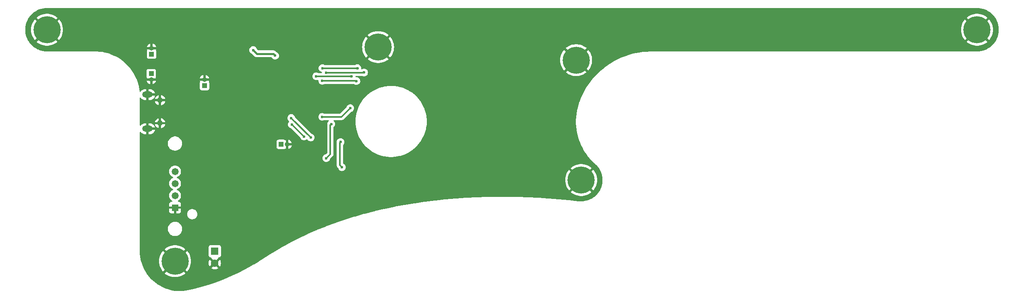
<source format=gbr>
%TF.GenerationSoftware,KiCad,Pcbnew,8.0.5*%
%TF.CreationDate,2025-02-04T15:21:29-08:00*%
%TF.ProjectId,MM36-Dash,4d4d3336-2d44-4617-9368-2e6b69636164,rev?*%
%TF.SameCoordinates,Original*%
%TF.FileFunction,Copper,L2,Bot*%
%TF.FilePolarity,Positive*%
%FSLAX46Y46*%
G04 Gerber Fmt 4.6, Leading zero omitted, Abs format (unit mm)*
G04 Created by KiCad (PCBNEW 8.0.5) date 2025-02-04 15:21:29*
%MOMM*%
%LPD*%
G01*
G04 APERTURE LIST*
%TA.AperFunction,ComponentPad*%
%ADD10R,1.000000X1.000000*%
%TD*%
%TA.AperFunction,ComponentPad*%
%ADD11O,1.000000X1.000000*%
%TD*%
%TA.AperFunction,ComponentPad*%
%ADD12C,1.600000*%
%TD*%
%TA.AperFunction,ComponentPad*%
%ADD13R,1.600000X1.600000*%
%TD*%
%TA.AperFunction,ComponentPad*%
%ADD14C,1.200000*%
%TD*%
%TA.AperFunction,ComponentPad*%
%ADD15O,2.200000X1.300000*%
%TD*%
%TA.AperFunction,ConnectorPad*%
%ADD16C,5.700000*%
%TD*%
%TA.AperFunction,ComponentPad*%
%ADD17C,3.600000*%
%TD*%
%TA.AperFunction,ComponentPad*%
%ADD18R,1.478000X1.478000*%
%TD*%
%TA.AperFunction,ComponentPad*%
%ADD19C,1.478000*%
%TD*%
%TA.AperFunction,ViaPad*%
%ADD20C,0.600000*%
%TD*%
%TA.AperFunction,Conductor*%
%ADD21C,0.300000*%
%TD*%
%TA.AperFunction,Conductor*%
%ADD22C,0.350000*%
%TD*%
%TA.AperFunction,Conductor*%
%ADD23C,0.400000*%
%TD*%
G04 APERTURE END LIST*
D10*
%TO.P,J5,1,Pin_1*%
%TO.N,BUTTON4*%
X141700000Y-135200000D03*
D11*
%TO.P,J5,2,Pin_2*%
%TO.N,GND*%
X141700000Y-133930000D03*
%TD*%
D10*
%TO.P,J1,1,Pin_1*%
%TO.N,BUTTON3*%
X157830000Y-147600000D03*
D11*
%TO.P,J1,2,Pin_2*%
%TO.N,GND*%
X159100000Y-147600000D03*
%TD*%
%TO.P,J4,2,Pin_2*%
%TO.N,GND*%
X130575000Y-127305000D03*
D10*
%TO.P,J4,1,Pin_1*%
%TO.N,BUTTON2*%
X130575000Y-128575000D03*
%TD*%
D11*
%TO.P,J2,2,Pin_2*%
%TO.N,GND*%
X130500000Y-133970000D03*
D10*
%TO.P,J2,1,Pin_1*%
%TO.N,BUTTON1*%
X130500000Y-132700000D03*
%TD*%
D12*
%TO.P,C2,2*%
%TO.N,GND*%
X143850000Y-172600000D03*
D13*
%TO.P,C2,1*%
%TO.N,Net-(U2-EN)*%
X143850000Y-170100000D03*
%TD*%
D14*
%TO.P,USB1,SH3,3*%
%TO.N,GND*%
X132350000Y-143125000D03*
D15*
%TO.P,USB1,SH2,2*%
X129700000Y-144300000D03*
%TO.P,USB1,SH1,1*%
X129700000Y-137100000D03*
D14*
%TO.P,USB1,SH0,MTN*%
X132350000Y-138275000D03*
%TD*%
D16*
%TO.P,H1,1*%
%TO.N,GND*%
X135500000Y-172200000D03*
D17*
X135500000Y-172200000D03*
%TD*%
D16*
%TO.P,H1,1*%
%TO.N,GND*%
X108579996Y-123443576D03*
D17*
X108579996Y-123443576D03*
%TD*%
D16*
%TO.P,REF\u002A\u002A,1*%
%TO.N,GND*%
X178200000Y-127100000D03*
D17*
X178200000Y-127100000D03*
%TD*%
D16*
%TO.P,REF\u002A\u002A,1*%
%TO.N,GND*%
X219850000Y-129850000D03*
D17*
X219850000Y-129850000D03*
%TD*%
D16*
%TO.P,REF\u002A\u002A,1*%
%TO.N,GND*%
X304133706Y-123443576D03*
D17*
X304133706Y-123443576D03*
%TD*%
D16*
%TO.P,REF\u002A\u002A,1*%
%TO.N,GND*%
X220896696Y-155104076D03*
D17*
X220896696Y-155104076D03*
%TD*%
D18*
%TO.P,J3,1,1*%
%TO.N,GND*%
X135512500Y-160910000D03*
D19*
%TO.P,J3,2,2*%
%TO.N,+12V*%
X135512500Y-158370000D03*
%TO.P,J3,3,3*%
%TO.N,CANH*%
X135512500Y-155830000D03*
%TO.P,J3,4,4*%
%TO.N,CANL*%
X135512500Y-153290000D03*
%TD*%
D20*
%TO.N,GND*%
X112900000Y-121050000D03*
X166750000Y-135650000D03*
X159800000Y-121100000D03*
X161700000Y-140600000D03*
X154400000Y-149100000D03*
X170750000Y-125950000D03*
X151800000Y-125850000D03*
X160300000Y-137400000D03*
X210800000Y-124350000D03*
X150350000Y-168000000D03*
X140550000Y-121000000D03*
X166700000Y-139150000D03*
X157100000Y-163850000D03*
X134000000Y-142100000D03*
X286550000Y-121050000D03*
X160250000Y-139100000D03*
X189750000Y-126150000D03*
X141650000Y-127700000D03*
X266000000Y-126200000D03*
X166750000Y-137550000D03*
X297650000Y-125850000D03*
X246950000Y-126100000D03*
X150300000Y-161050000D03*
X160250000Y-135700000D03*
X185400000Y-153400000D03*
X154700000Y-129900000D03*
X172200000Y-144500000D03*
X163450000Y-140650000D03*
X141600000Y-166850000D03*
X179050000Y-121000000D03*
X162750000Y-163900000D03*
X165400000Y-126550000D03*
X158450000Y-150450000D03*
X235900000Y-121000000D03*
X172000000Y-130400000D03*
X144650000Y-145750000D03*
X151500000Y-135600000D03*
X166800000Y-145850000D03*
X255050000Y-121100000D03*
X134150000Y-144000000D03*
X197450000Y-121000000D03*
X151500000Y-165250000D03*
X152750000Y-152750000D03*
X165200000Y-140700000D03*
X134150000Y-140400000D03*
X151500000Y-161050000D03*
X145050000Y-135550000D03*
X156200000Y-145950000D03*
X150350000Y-165250000D03*
X153050000Y-143650000D03*
X227800000Y-126000000D03*
X125400000Y-124500000D03*
X216800000Y-121000000D03*
X167650000Y-159200000D03*
%TO.N,+3.3V*%
X167300000Y-150500000D03*
X168350000Y-143300000D03*
%TO.N,Net-(U1-EN)*%
X170300000Y-147100000D03*
X170600000Y-152400000D03*
%TO.N,DIN*%
X156550000Y-128900000D03*
X151925000Y-127725000D03*
%TO.N,GLED01*%
X172350000Y-139950000D03*
X166450000Y-141800000D03*
%TO.N,GLED02*%
X166450000Y-134200000D03*
X173650000Y-134250000D03*
%TO.N,GLED03*%
X165200000Y-133250000D03*
X172650000Y-133250000D03*
%TO.N,GLED04*%
X175250000Y-132450000D03*
X167250000Y-132500000D03*
%TO.N,GLED05*%
X166500000Y-131550000D03*
X173850000Y-131550000D03*
%TO.N,GLED06*%
X159950000Y-142050000D03*
X164050000Y-146150000D03*
%TO.N,GLED07*%
X162650000Y-145950000D03*
X160050000Y-143400000D03*
%TD*%
D21*
%TO.N,+3.3V*%
X168150000Y-143500000D02*
X168150000Y-149650000D01*
X168350000Y-143300000D02*
X168150000Y-143500000D01*
X168150000Y-149650000D02*
X167300000Y-150500000D01*
D22*
%TO.N,Net-(U1-EN)*%
X170300000Y-147100000D02*
X170200000Y-147200000D01*
X170200000Y-152000000D02*
X170600000Y-152400000D01*
X170200000Y-147200000D02*
X170200000Y-152000000D01*
D23*
%TO.N,DIN*%
X156150000Y-128500000D02*
X156550000Y-128900000D01*
X151925000Y-127725000D02*
X152700000Y-128500000D01*
X152700000Y-128500000D02*
X156150000Y-128500000D01*
D22*
%TO.N,GLED01*%
X170500000Y-141800000D02*
X166450000Y-141800000D01*
X172350000Y-139950000D02*
X170500000Y-141800000D01*
%TO.N,GLED02*%
X166450000Y-134200000D02*
X173600000Y-134200000D01*
X173600000Y-134200000D02*
X173650000Y-134250000D01*
%TO.N,GLED03*%
X165200000Y-133250000D02*
X172650000Y-133250000D01*
%TO.N,GLED04*%
X175200000Y-132500000D02*
X175250000Y-132450000D01*
X167250000Y-132500000D02*
X175200000Y-132500000D01*
%TO.N,GLED05*%
X166500000Y-131550000D02*
X173850000Y-131550000D01*
%TO.N,GLED06*%
X159950000Y-142050000D02*
X164050000Y-146150000D01*
%TO.N,GLED07*%
X162600000Y-145950000D02*
X160050000Y-143400000D01*
X162650000Y-145950000D02*
X162600000Y-145950000D01*
%TD*%
%TA.AperFunction,Conductor*%
%TO.N,GND*%
G36*
X304136479Y-118864201D02*
G01*
X304538654Y-118882262D01*
X304549696Y-118883256D01*
X304945903Y-118936925D01*
X304956816Y-118938905D01*
X305346591Y-119027869D01*
X305357314Y-119030828D01*
X305737530Y-119154368D01*
X305747942Y-119158276D01*
X306115560Y-119315403D01*
X306125585Y-119320230D01*
X306477633Y-119509675D01*
X306487184Y-119515382D01*
X306820824Y-119735616D01*
X306829826Y-119742156D01*
X307142387Y-119991415D01*
X307150766Y-119998735D01*
X307439729Y-120275012D01*
X307447418Y-120283054D01*
X307710456Y-120584124D01*
X307717393Y-120592824D01*
X307952372Y-120916244D01*
X307958497Y-120925521D01*
X308163560Y-121268740D01*
X308168826Y-121278527D01*
X308342280Y-121638710D01*
X308346653Y-121648940D01*
X308487130Y-122023238D01*
X308490568Y-122033820D01*
X308596924Y-122419191D01*
X308599400Y-122430039D01*
X308670782Y-122823390D01*
X308672276Y-122834415D01*
X308708114Y-123232594D01*
X308708613Y-123243710D01*
X308708613Y-123643489D01*
X308708114Y-123654605D01*
X308672276Y-124052784D01*
X308670782Y-124063809D01*
X308599400Y-124457160D01*
X308596924Y-124468008D01*
X308490568Y-124853379D01*
X308487130Y-124863961D01*
X308346653Y-125238259D01*
X308342280Y-125248489D01*
X308168826Y-125608672D01*
X308163554Y-125618471D01*
X307958502Y-125961670D01*
X307952372Y-125970955D01*
X307717393Y-126294375D01*
X307710456Y-126303075D01*
X307447418Y-126604145D01*
X307439729Y-126612187D01*
X307150766Y-126888464D01*
X307142387Y-126895784D01*
X306829826Y-127145043D01*
X306820824Y-127151583D01*
X306487184Y-127371817D01*
X306477633Y-127377524D01*
X306125585Y-127566969D01*
X306115560Y-127571796D01*
X305747942Y-127728923D01*
X305737525Y-127732833D01*
X305357316Y-127856370D01*
X305346591Y-127859330D01*
X304956834Y-127948290D01*
X304945886Y-127950277D01*
X304549716Y-128003941D01*
X304538634Y-128004938D01*
X304137548Y-128022951D01*
X304131985Y-128023076D01*
X235646672Y-128023076D01*
X235320733Y-128022777D01*
X235320732Y-128022777D01*
X235320724Y-128022777D01*
X234554143Y-128058603D01*
X233790129Y-128130895D01*
X233790124Y-128130895D01*
X233790110Y-128130897D01*
X233790109Y-128130897D01*
X233030441Y-128239487D01*
X233030387Y-128239496D01*
X232276777Y-128384136D01*
X232276743Y-128384143D01*
X231530848Y-128564514D01*
X231530813Y-128564523D01*
X230794350Y-128780212D01*
X230794338Y-128780216D01*
X230418079Y-128910165D01*
X230068953Y-129030743D01*
X230068949Y-129030744D01*
X230068942Y-129030747D01*
X229356332Y-129315526D01*
X229356305Y-129315537D01*
X228658062Y-129633931D01*
X227975780Y-129985213D01*
X227975768Y-129985219D01*
X227975762Y-129985223D01*
X227838960Y-130064116D01*
X227310966Y-130368607D01*
X226665175Y-130783222D01*
X226039869Y-131228114D01*
X226039868Y-131228115D01*
X225436449Y-131702290D01*
X224856316Y-132204645D01*
X224300741Y-132734082D01*
X223771007Y-133289376D01*
X223268354Y-133869230D01*
X222793858Y-134472397D01*
X222348623Y-135097478D01*
X221933680Y-135743025D01*
X221549927Y-136407641D01*
X221549924Y-136407646D01*
X221198264Y-137089773D01*
X220879509Y-137787823D01*
X220879485Y-137787879D01*
X220594342Y-138500300D01*
X220594336Y-138500317D01*
X220492527Y-138794571D01*
X220492502Y-138794630D01*
X220468870Y-138862943D01*
X220468870Y-138862944D01*
X220444826Y-138932439D01*
X220444689Y-138932936D01*
X220359052Y-139180566D01*
X220359049Y-139180574D01*
X220175403Y-139827129D01*
X220028442Y-140483010D01*
X219918638Y-141146109D01*
X219918636Y-141146127D01*
X219846334Y-141814369D01*
X219846334Y-141814371D01*
X219811765Y-142485596D01*
X219811765Y-142485601D01*
X219811765Y-142485610D01*
X219811765Y-142485611D01*
X219812196Y-142574211D01*
X219815037Y-143157755D01*
X219856140Y-143828634D01*
X219934945Y-144496133D01*
X219934945Y-144496136D01*
X220051200Y-145158137D01*
X220204539Y-145812554D01*
X220204542Y-145812566D01*
X220394470Y-146457291D01*
X220394473Y-146457299D01*
X220620404Y-147090335D01*
X220620411Y-147090353D01*
X220881599Y-147709622D01*
X220881624Y-147709677D01*
X221177261Y-148313258D01*
X221177286Y-148313306D01*
X221506423Y-148899277D01*
X221506432Y-148899291D01*
X221823625Y-149396230D01*
X221868074Y-149465866D01*
X222261013Y-150011150D01*
X222261039Y-150011185D01*
X222684042Y-150533475D01*
X222684046Y-150533480D01*
X222684049Y-150533483D01*
X223135810Y-151031163D01*
X223614871Y-151502622D01*
X223751067Y-151622361D01*
X223811636Y-151675612D01*
X223811734Y-151675710D01*
X223865155Y-151722667D01*
X223869280Y-151726461D01*
X224019909Y-151871443D01*
X224140419Y-151987436D01*
X224156330Y-152002750D01*
X224164043Y-152010878D01*
X224345919Y-152220750D01*
X224423115Y-152309829D01*
X224430067Y-152318625D01*
X224661080Y-152639758D01*
X224667209Y-152649146D01*
X224868269Y-152989825D01*
X224873525Y-152999727D01*
X225043000Y-153357186D01*
X225047340Y-153367524D01*
X225183830Y-153738814D01*
X225187219Y-153749501D01*
X225289620Y-154131619D01*
X225292029Y-154142567D01*
X225359497Y-154532353D01*
X225360908Y-154543476D01*
X225392894Y-154937779D01*
X225393294Y-154948983D01*
X225389537Y-155344550D01*
X225388924Y-155355744D01*
X225349453Y-155749364D01*
X225347831Y-155760458D01*
X225272970Y-156148900D01*
X225270353Y-156159801D01*
X225160714Y-156539893D01*
X225157123Y-156550513D01*
X225013604Y-156919145D01*
X225009069Y-156929399D01*
X224832834Y-157283574D01*
X224827391Y-157293375D01*
X224619891Y-157630179D01*
X224613585Y-157639448D01*
X224376513Y-157956136D01*
X224369395Y-157964799D01*
X224104692Y-158258773D01*
X224096821Y-158266756D01*
X223806643Y-158535627D01*
X223798083Y-158542867D01*
X223484819Y-158784420D01*
X223475641Y-158790858D01*
X223141818Y-159003143D01*
X223132095Y-159008725D01*
X222780477Y-159189984D01*
X222770290Y-159194665D01*
X222403738Y-159343425D01*
X222393170Y-159347167D01*
X222014683Y-159462211D01*
X222003819Y-159464984D01*
X221616469Y-159545376D01*
X221605400Y-159547155D01*
X221212397Y-159592230D01*
X221201213Y-159593003D01*
X220805726Y-159602398D01*
X220794517Y-159602157D01*
X220396871Y-159575598D01*
X220391286Y-159575098D01*
X220325097Y-159567659D01*
X220317478Y-159567331D01*
X218371024Y-159362298D01*
X218356744Y-159359944D01*
X218356485Y-159359885D01*
X218295262Y-159354305D01*
X218293531Y-159354135D01*
X218232329Y-159347689D01*
X218232041Y-159347697D01*
X218217597Y-159347226D01*
X216255410Y-159168384D01*
X216241133Y-159166239D01*
X216240721Y-159166152D01*
X216179497Y-159161453D01*
X216177732Y-159161305D01*
X216116522Y-159155726D01*
X216116098Y-159155743D01*
X216101661Y-159155478D01*
X214125628Y-159003801D01*
X214111356Y-159001867D01*
X214110784Y-159001755D01*
X214049564Y-158997950D01*
X214047768Y-158997825D01*
X213986583Y-158993129D01*
X213986580Y-158993129D01*
X213986579Y-158993129D01*
X213986577Y-158993129D01*
X213985994Y-158993161D01*
X213971582Y-158993104D01*
X211983481Y-158869552D01*
X211969206Y-158867830D01*
X211968458Y-158867695D01*
X211907208Y-158864799D01*
X211905375Y-158864698D01*
X211844278Y-158860901D01*
X211843520Y-158860954D01*
X211829147Y-158861109D01*
X209830737Y-158766637D01*
X209816477Y-158765133D01*
X209815528Y-158764977D01*
X209754376Y-158763012D01*
X209752506Y-158762938D01*
X209691411Y-158760051D01*
X209690451Y-158760132D01*
X209676135Y-158760500D01*
X207669196Y-158696060D01*
X207654967Y-158694780D01*
X207653801Y-158694607D01*
X207592761Y-158693592D01*
X207590845Y-158693545D01*
X207529798Y-158691585D01*
X207528622Y-158691702D01*
X207514342Y-158692289D01*
X205500669Y-158658831D01*
X205486463Y-158657776D01*
X205485063Y-158657590D01*
X205424133Y-158657544D01*
X205422169Y-158657527D01*
X205361215Y-158656514D01*
X205359802Y-158656677D01*
X205345574Y-158657485D01*
X203326924Y-158655951D01*
X203312759Y-158655128D01*
X203311097Y-158654935D01*
X203250294Y-158655877D01*
X203248282Y-158655892D01*
X203187624Y-158655847D01*
X203187451Y-158655847D01*
X203187450Y-158655847D01*
X203185783Y-158656065D01*
X203171631Y-158657096D01*
X201149769Y-158688429D01*
X201135646Y-158687842D01*
X201133703Y-158687649D01*
X201073035Y-158689602D01*
X201070970Y-158689651D01*
X201010299Y-158690592D01*
X201008373Y-158690876D01*
X200994287Y-158692137D01*
X198970985Y-158757274D01*
X198956894Y-158756926D01*
X198954663Y-158756743D01*
X198894260Y-158759725D01*
X198892140Y-158759812D01*
X198831563Y-158761763D01*
X198829342Y-158762129D01*
X198815332Y-158763622D01*
X196792378Y-158863494D01*
X196778354Y-158863392D01*
X196775789Y-158863228D01*
X196715551Y-158867267D01*
X196713372Y-158867394D01*
X196653040Y-158870373D01*
X196650506Y-158870835D01*
X196636584Y-158872564D01*
X194615713Y-159008100D01*
X194601749Y-159008248D01*
X194598847Y-159008115D01*
X194538861Y-159013233D01*
X194536622Y-159013404D01*
X194476507Y-159017437D01*
X194473640Y-159018012D01*
X194459828Y-159019978D01*
X192442800Y-159192105D01*
X192428915Y-159192509D01*
X192425644Y-159192420D01*
X192365957Y-159198640D01*
X192363653Y-159198859D01*
X192303772Y-159203970D01*
X192300576Y-159204672D01*
X192286862Y-159206884D01*
X190275440Y-159416521D01*
X190261639Y-159417185D01*
X190257973Y-159417157D01*
X190198540Y-159424513D01*
X190196164Y-159424784D01*
X190136629Y-159430989D01*
X190133067Y-159431841D01*
X190119475Y-159434299D01*
X188115390Y-159682366D01*
X188101683Y-159683296D01*
X188097611Y-159683346D01*
X188038584Y-159691849D01*
X188036138Y-159692177D01*
X187976884Y-159699512D01*
X187972945Y-159700535D01*
X187959463Y-159703248D01*
X185964488Y-159990654D01*
X185950880Y-159991854D01*
X185946366Y-159992002D01*
X185887726Y-160001685D01*
X185885211Y-160002074D01*
X185826313Y-160010561D01*
X185821960Y-160011784D01*
X185808632Y-160014747D01*
X183824495Y-160342406D01*
X183810995Y-160343882D01*
X183806028Y-160344150D01*
X183747789Y-160355045D01*
X183745194Y-160355502D01*
X183686730Y-160365157D01*
X183681966Y-160366602D01*
X183668782Y-160369824D01*
X181697208Y-160738642D01*
X181683839Y-160740397D01*
X181678390Y-160740812D01*
X181620636Y-160752936D01*
X181617965Y-160753466D01*
X181559926Y-160764324D01*
X181554726Y-160766023D01*
X181541701Y-160769506D01*
X179584432Y-161180383D01*
X179571193Y-161182423D01*
X179565247Y-161183012D01*
X179507974Y-161196401D01*
X179505227Y-161197010D01*
X179447709Y-161209086D01*
X179442068Y-161211067D01*
X179429217Y-161214813D01*
X177487966Y-161668653D01*
X177474877Y-161670981D01*
X177468403Y-161671777D01*
X177411700Y-161686448D01*
X177408870Y-161687145D01*
X177351878Y-161700469D01*
X177345787Y-161702766D01*
X177333109Y-161706783D01*
X175409581Y-162204485D01*
X175396649Y-162207106D01*
X175389637Y-162208142D01*
X175333584Y-162224111D01*
X175330674Y-162224902D01*
X175274234Y-162239506D01*
X175267670Y-162242159D01*
X175255189Y-162246445D01*
X173351089Y-162788904D01*
X173338323Y-162791822D01*
X173330773Y-162793132D01*
X173275386Y-162810430D01*
X173272435Y-162811311D01*
X173236160Y-162821646D01*
X173216584Y-162827224D01*
X173209549Y-162830269D01*
X173197270Y-162834829D01*
X171314233Y-163422960D01*
X171301420Y-163425371D01*
X171301583Y-163426182D01*
X171293614Y-163427780D01*
X171238974Y-163446421D01*
X171235909Y-163447422D01*
X171180755Y-163464650D01*
X171173383Y-163468063D01*
X171173042Y-163467327D01*
X171161268Y-163472933D01*
X169300615Y-164107761D01*
X169287693Y-164110544D01*
X169287870Y-164111316D01*
X169279951Y-164113127D01*
X169226055Y-164133152D01*
X169222914Y-164134271D01*
X169168540Y-164152824D01*
X169161257Y-164156430D01*
X169160909Y-164155727D01*
X169149143Y-164161732D01*
X167312307Y-164844267D01*
X167299297Y-164847437D01*
X167299487Y-164848170D01*
X167291617Y-164850202D01*
X167238606Y-164871601D01*
X167235386Y-164872849D01*
X167193569Y-164888388D01*
X167181767Y-164892774D01*
X167181766Y-164892774D01*
X167181765Y-164892775D01*
X167174582Y-164896575D01*
X167174229Y-164895908D01*
X167162485Y-164902328D01*
X165351107Y-165633520D01*
X165338021Y-165637106D01*
X165338220Y-165637792D01*
X165330417Y-165640049D01*
X165278324Y-165662844D01*
X165275033Y-165664228D01*
X165222255Y-165685533D01*
X165215181Y-165689533D01*
X165214830Y-165688913D01*
X165203107Y-165695759D01*
X163418849Y-166476554D01*
X163405700Y-166480577D01*
X163405906Y-166481216D01*
X163398170Y-166483705D01*
X163347024Y-166507926D01*
X163343666Y-166509455D01*
X163291820Y-166532143D01*
X163284874Y-166536339D01*
X163284527Y-166535765D01*
X163272858Y-166543048D01*
X161517353Y-167374411D01*
X161504155Y-167378884D01*
X161504368Y-167379481D01*
X161496711Y-167382207D01*
X161446620Y-167407843D01*
X161443203Y-167409526D01*
X161392310Y-167433628D01*
X161385487Y-167438033D01*
X161385144Y-167437503D01*
X161373549Y-167445239D01*
X159648438Y-168328129D01*
X159635218Y-168333076D01*
X159635434Y-168333625D01*
X159627871Y-168336592D01*
X159578858Y-168363670D01*
X159575389Y-168365515D01*
X159525553Y-168391020D01*
X159518867Y-168395634D01*
X159518532Y-168395149D01*
X159507037Y-168403349D01*
X158627502Y-168889275D01*
X157970719Y-169252135D01*
X157813953Y-169338745D01*
X157800724Y-169344187D01*
X157800941Y-169344691D01*
X157793480Y-169347902D01*
X157745652Y-169376403D01*
X157742145Y-169378416D01*
X157693389Y-169405354D01*
X157686849Y-169410180D01*
X157686523Y-169409739D01*
X157675151Y-169418416D01*
X156015737Y-170407291D01*
X156002533Y-170413244D01*
X156002749Y-170413703D01*
X155995399Y-170417164D01*
X155948775Y-170447115D01*
X155945234Y-170449307D01*
X155897671Y-170477650D01*
X155891294Y-170482686D01*
X155890978Y-170482286D01*
X155879760Y-170491452D01*
X154257603Y-171533545D01*
X154245336Y-171540475D01*
X154243327Y-171541463D01*
X154192951Y-171575056D01*
X154191180Y-171576216D01*
X154135748Y-171611827D01*
X154131931Y-171614658D01*
X153146576Y-172252756D01*
X153143749Y-172254532D01*
X152085514Y-172900073D01*
X152082641Y-172901773D01*
X151007390Y-173518607D01*
X151004473Y-173520229D01*
X149912995Y-174107905D01*
X149910035Y-174109448D01*
X148803135Y-174667529D01*
X148800134Y-174668992D01*
X147678598Y-175197083D01*
X147675559Y-175198464D01*
X146540241Y-175696162D01*
X146537166Y-175697461D01*
X145388857Y-176164421D01*
X145385748Y-176165637D01*
X144225260Y-176601528D01*
X144222120Y-176602659D01*
X143050363Y-177007139D01*
X143047193Y-177008186D01*
X141864940Y-177380987D01*
X141861743Y-177381948D01*
X140669879Y-177722794D01*
X140666658Y-177723668D01*
X139466095Y-178032296D01*
X139462851Y-178033084D01*
X138255207Y-178309103D01*
X138249563Y-178310255D01*
X137711939Y-178407110D01*
X137703842Y-178408295D01*
X137161824Y-178469387D01*
X137153667Y-178470034D01*
X136608841Y-178495243D01*
X136600659Y-178495352D01*
X136055319Y-178484572D01*
X136047148Y-178484140D01*
X135503738Y-178437420D01*
X135495613Y-178436451D01*
X134956434Y-178353987D01*
X134948391Y-178352483D01*
X134415862Y-178234646D01*
X134407935Y-178232616D01*
X133884311Y-178079906D01*
X133876535Y-178077357D01*
X133364131Y-177890447D01*
X133356541Y-177887391D01*
X132857585Y-177667095D01*
X132850212Y-177663545D01*
X132366856Y-177410813D01*
X132359734Y-177406784D01*
X131894110Y-177122731D01*
X131887269Y-177118241D01*
X131441396Y-176804098D01*
X131434866Y-176799167D01*
X131010682Y-176456301D01*
X131004491Y-176450950D01*
X130603842Y-176080852D01*
X130598018Y-176075105D01*
X130222638Y-175679375D01*
X130217206Y-175673255D01*
X129868763Y-175253654D01*
X129863746Y-175247190D01*
X129543728Y-174805510D01*
X129539148Y-174798729D01*
X129512922Y-174756992D01*
X129248960Y-174336908D01*
X129244837Y-174329840D01*
X129113103Y-174085815D01*
X128985726Y-173849862D01*
X128982083Y-173842544D01*
X128930665Y-173730136D01*
X128755201Y-173346540D01*
X128752047Y-173338995D01*
X128748119Y-173328653D01*
X128558367Y-172829094D01*
X128555729Y-172821394D01*
X128412801Y-172354394D01*
X128396097Y-172299815D01*
X128393962Y-172291916D01*
X128385169Y-172254532D01*
X128372342Y-172199997D01*
X132145080Y-172199997D01*
X132145080Y-172200002D01*
X132164746Y-172562728D01*
X132223517Y-172921214D01*
X132223519Y-172921222D01*
X132320695Y-173271220D01*
X132320697Y-173271227D01*
X132455152Y-173608684D01*
X132455161Y-173608702D01*
X132625316Y-173929647D01*
X132625318Y-173929651D01*
X132829170Y-174230309D01*
X132829177Y-174230319D01*
X132960969Y-174385475D01*
X132960970Y-174385475D01*
X134205748Y-173140698D01*
X134279588Y-173242330D01*
X134457670Y-173420412D01*
X134559300Y-173494251D01*
X133311888Y-174741662D01*
X133311888Y-174741664D01*
X133328070Y-174756992D01*
X133328071Y-174756993D01*
X133617266Y-174976832D01*
X133617282Y-174976843D01*
X133928522Y-175164109D01*
X133928535Y-175164116D01*
X134258205Y-175316639D01*
X134258210Y-175316640D01*
X134602461Y-175432632D01*
X134957235Y-175510724D01*
X135318366Y-175549999D01*
X135318374Y-175550000D01*
X135681626Y-175550000D01*
X135681633Y-175549999D01*
X136042764Y-175510724D01*
X136397538Y-175432632D01*
X136741789Y-175316640D01*
X136741794Y-175316639D01*
X137071464Y-175164116D01*
X137071477Y-175164109D01*
X137382717Y-174976843D01*
X137382733Y-174976832D01*
X137671929Y-174756992D01*
X137688110Y-174741664D01*
X137688110Y-174741663D01*
X136440698Y-173494251D01*
X136542330Y-173420412D01*
X136720412Y-173242330D01*
X136794251Y-173140698D01*
X138039028Y-174385475D01*
X138039029Y-174385475D01*
X138170827Y-174230311D01*
X138170838Y-174230297D01*
X138374681Y-173929651D01*
X138374683Y-173929647D01*
X138544838Y-173608702D01*
X138544847Y-173608684D01*
X138679302Y-173271227D01*
X138679304Y-173271220D01*
X138776480Y-172921222D01*
X138776482Y-172921214D01*
X138829143Y-172599997D01*
X142545034Y-172599997D01*
X142545034Y-172600002D01*
X142564858Y-172826599D01*
X142564860Y-172826610D01*
X142623730Y-173046317D01*
X142623735Y-173046331D01*
X142719863Y-173252478D01*
X142770974Y-173325472D01*
X143450000Y-172646446D01*
X143450000Y-172652661D01*
X143477259Y-172754394D01*
X143529920Y-172845606D01*
X143604394Y-172920080D01*
X143695606Y-172972741D01*
X143797339Y-173000000D01*
X143803553Y-173000000D01*
X143124526Y-173679025D01*
X143197513Y-173730132D01*
X143197521Y-173730136D01*
X143403668Y-173826264D01*
X143403682Y-173826269D01*
X143623389Y-173885139D01*
X143623400Y-173885141D01*
X143849998Y-173904966D01*
X143850002Y-173904966D01*
X144076599Y-173885141D01*
X144076610Y-173885139D01*
X144296317Y-173826269D01*
X144296331Y-173826264D01*
X144502478Y-173730136D01*
X144575471Y-173679024D01*
X143896447Y-173000000D01*
X143902661Y-173000000D01*
X144004394Y-172972741D01*
X144095606Y-172920080D01*
X144170080Y-172845606D01*
X144222741Y-172754394D01*
X144250000Y-172652661D01*
X144250000Y-172646447D01*
X144929024Y-173325471D01*
X144980136Y-173252478D01*
X145076264Y-173046331D01*
X145076269Y-173046317D01*
X145135139Y-172826610D01*
X145135141Y-172826599D01*
X145154966Y-172600002D01*
X145154966Y-172599997D01*
X145135141Y-172373400D01*
X145135139Y-172373389D01*
X145076269Y-172153682D01*
X145076264Y-172153668D01*
X144980136Y-171947521D01*
X144980132Y-171947513D01*
X144929025Y-171874526D01*
X144250000Y-172553551D01*
X144250000Y-172547339D01*
X144222741Y-172445606D01*
X144170080Y-172354394D01*
X144095606Y-172279920D01*
X144004394Y-172227259D01*
X143902661Y-172200000D01*
X143896448Y-172200000D01*
X144580645Y-171515801D01*
X144590492Y-171466807D01*
X144639107Y-171416624D01*
X144694633Y-171401981D01*
X144694576Y-171400900D01*
X144694571Y-171400854D01*
X144694573Y-171400853D01*
X144694564Y-171400676D01*
X144697857Y-171400499D01*
X144697872Y-171400499D01*
X144757483Y-171394091D01*
X144892331Y-171343796D01*
X145007546Y-171257546D01*
X145093796Y-171142331D01*
X145144091Y-171007483D01*
X145150500Y-170947873D01*
X145150499Y-169252128D01*
X145144091Y-169192517D01*
X145093796Y-169057669D01*
X145093795Y-169057668D01*
X145093793Y-169057664D01*
X145007547Y-168942455D01*
X145007544Y-168942452D01*
X144892335Y-168856206D01*
X144892328Y-168856202D01*
X144757482Y-168805908D01*
X144757483Y-168805908D01*
X144697883Y-168799501D01*
X144697881Y-168799500D01*
X144697873Y-168799500D01*
X144697864Y-168799500D01*
X143002129Y-168799500D01*
X143002123Y-168799501D01*
X142942516Y-168805908D01*
X142807671Y-168856202D01*
X142807664Y-168856206D01*
X142692455Y-168942452D01*
X142692452Y-168942455D01*
X142606206Y-169057664D01*
X142606202Y-169057671D01*
X142555908Y-169192517D01*
X142549893Y-169248474D01*
X142549501Y-169252123D01*
X142549500Y-169252135D01*
X142549500Y-170947870D01*
X142549501Y-170947876D01*
X142555908Y-171007483D01*
X142606202Y-171142328D01*
X142606206Y-171142335D01*
X142692452Y-171257544D01*
X142692455Y-171257547D01*
X142807664Y-171343793D01*
X142807671Y-171343797D01*
X142852618Y-171360561D01*
X142942517Y-171394091D01*
X143002127Y-171400500D01*
X143002153Y-171400499D01*
X143005453Y-171400678D01*
X143005372Y-171402183D01*
X143066672Y-171420112D01*
X143112483Y-171472867D01*
X143120016Y-171516464D01*
X143803553Y-172200000D01*
X143797339Y-172200000D01*
X143695606Y-172227259D01*
X143604394Y-172279920D01*
X143529920Y-172354394D01*
X143477259Y-172445606D01*
X143450000Y-172547339D01*
X143450000Y-172553552D01*
X142770974Y-171874526D01*
X142770973Y-171874526D01*
X142719868Y-171947512D01*
X142719866Y-171947516D01*
X142623734Y-172153673D01*
X142623730Y-172153682D01*
X142564860Y-172373389D01*
X142564858Y-172373400D01*
X142545034Y-172599997D01*
X138829143Y-172599997D01*
X138835253Y-172562728D01*
X138854920Y-172200002D01*
X138854920Y-172199997D01*
X138835253Y-171837271D01*
X138776482Y-171478785D01*
X138776480Y-171478777D01*
X138679304Y-171128779D01*
X138679302Y-171128772D01*
X138544847Y-170791315D01*
X138544838Y-170791297D01*
X138374683Y-170470352D01*
X138374681Y-170470348D01*
X138170829Y-170169690D01*
X138170822Y-170169680D01*
X138039029Y-170014523D01*
X138039028Y-170014523D01*
X136794251Y-171259300D01*
X136720412Y-171157670D01*
X136542330Y-170979588D01*
X136440698Y-170905748D01*
X137688110Y-169658336D01*
X137688110Y-169658334D01*
X137671929Y-169643007D01*
X137671928Y-169643006D01*
X137382733Y-169423167D01*
X137382717Y-169423156D01*
X137071477Y-169235890D01*
X137071464Y-169235883D01*
X136741794Y-169083360D01*
X136741789Y-169083359D01*
X136397538Y-168967367D01*
X136042764Y-168889275D01*
X135681633Y-168850000D01*
X135318366Y-168850000D01*
X134957235Y-168889275D01*
X134602461Y-168967367D01*
X134258210Y-169083359D01*
X134258205Y-169083360D01*
X133928535Y-169235883D01*
X133928522Y-169235890D01*
X133617282Y-169423156D01*
X133617266Y-169423167D01*
X133328075Y-169643002D01*
X133311888Y-169658335D01*
X133311887Y-169658335D01*
X134559301Y-170905748D01*
X134457670Y-170979588D01*
X134279588Y-171157670D01*
X134205748Y-171259300D01*
X132960970Y-170014522D01*
X132960969Y-170014523D01*
X132829177Y-170169680D01*
X132829170Y-170169690D01*
X132625318Y-170470348D01*
X132625316Y-170470352D01*
X132455161Y-170791297D01*
X132455152Y-170791315D01*
X132320697Y-171128772D01*
X132320695Y-171128779D01*
X132223519Y-171478777D01*
X132223517Y-171478785D01*
X132164746Y-171837271D01*
X132145080Y-172199997D01*
X128372342Y-172199997D01*
X128269081Y-171760961D01*
X128267481Y-171752987D01*
X128177886Y-171214933D01*
X128176810Y-171206824D01*
X128170405Y-171142335D01*
X128122898Y-170664039D01*
X128122363Y-170655939D01*
X128104272Y-170107894D01*
X128104206Y-170103853D01*
X128104206Y-165291902D01*
X134012000Y-165291902D01*
X134012000Y-165528097D01*
X134048946Y-165761368D01*
X134121933Y-165985996D01*
X134229157Y-166196433D01*
X134367983Y-166387510D01*
X134534990Y-166554517D01*
X134726067Y-166693343D01*
X134825491Y-166744002D01*
X134936503Y-166800566D01*
X134936505Y-166800566D01*
X134936508Y-166800568D01*
X135056912Y-166839689D01*
X135161131Y-166873553D01*
X135394403Y-166910500D01*
X135394408Y-166910500D01*
X135630597Y-166910500D01*
X135863868Y-166873553D01*
X136088492Y-166800568D01*
X136298933Y-166693343D01*
X136490010Y-166554517D01*
X136657017Y-166387510D01*
X136795843Y-166196433D01*
X136903068Y-165985992D01*
X136976053Y-165761368D01*
X137013000Y-165528097D01*
X137013000Y-165291902D01*
X136976053Y-165058631D01*
X136942189Y-164954412D01*
X136903068Y-164834008D01*
X136903066Y-164834005D01*
X136903066Y-164834003D01*
X136795842Y-164623566D01*
X136657017Y-164432490D01*
X136490010Y-164265483D01*
X136298933Y-164126657D01*
X136268825Y-164111316D01*
X136088496Y-164019433D01*
X135863868Y-163946446D01*
X135630597Y-163909500D01*
X135630592Y-163909500D01*
X135394408Y-163909500D01*
X135394403Y-163909500D01*
X135161131Y-163946446D01*
X134936503Y-164019433D01*
X134726066Y-164126657D01*
X134617050Y-164205862D01*
X134534990Y-164265483D01*
X134534988Y-164265485D01*
X134534987Y-164265485D01*
X134367985Y-164432487D01*
X134367985Y-164432488D01*
X134367983Y-164432490D01*
X134308362Y-164514550D01*
X134229157Y-164623566D01*
X134121933Y-164834003D01*
X134048946Y-165058631D01*
X134012000Y-165291902D01*
X128104206Y-165291902D01*
X128104206Y-162215350D01*
X138037000Y-162215350D01*
X138037000Y-162384649D01*
X138063481Y-162551847D01*
X138115796Y-162712853D01*
X138165970Y-162811323D01*
X138175747Y-162830512D01*
X138192652Y-162863688D01*
X138292148Y-163000634D01*
X138292152Y-163000639D01*
X138411860Y-163120347D01*
X138411865Y-163120351D01*
X138508498Y-163190558D01*
X138548815Y-163219850D01*
X138644925Y-163268820D01*
X138699646Y-163296703D01*
X138699648Y-163296703D01*
X138699651Y-163296705D01*
X138785950Y-163324745D01*
X138860652Y-163349018D01*
X139027851Y-163375500D01*
X139027856Y-163375500D01*
X139197149Y-163375500D01*
X139364347Y-163349018D01*
X139525349Y-163296705D01*
X139676185Y-163219850D01*
X139813141Y-163120346D01*
X139932846Y-163000641D01*
X140032350Y-162863685D01*
X140109205Y-162712849D01*
X140161518Y-162551847D01*
X140188000Y-162384649D01*
X140188000Y-162215350D01*
X140161518Y-162048152D01*
X140137245Y-161973450D01*
X140109205Y-161887151D01*
X140109203Y-161887148D01*
X140109203Y-161887146D01*
X140081320Y-161832425D01*
X140032350Y-161736315D01*
X140006307Y-161700470D01*
X139932851Y-161599365D01*
X139932847Y-161599360D01*
X139813139Y-161479652D01*
X139813134Y-161479648D01*
X139676188Y-161380152D01*
X139676187Y-161380151D01*
X139676185Y-161380150D01*
X139622174Y-161352630D01*
X139525353Y-161303296D01*
X139364347Y-161250981D01*
X139197149Y-161224500D01*
X139197144Y-161224500D01*
X139027856Y-161224500D01*
X139027851Y-161224500D01*
X138860652Y-161250981D01*
X138699646Y-161303296D01*
X138548811Y-161380152D01*
X138411865Y-161479648D01*
X138411860Y-161479652D01*
X138292152Y-161599360D01*
X138292148Y-161599365D01*
X138192652Y-161736311D01*
X138115796Y-161887146D01*
X138063481Y-162048152D01*
X138037000Y-162215350D01*
X128104206Y-162215350D01*
X128104206Y-153289999D01*
X134268265Y-153289999D01*
X134268265Y-153290000D01*
X134287167Y-153506054D01*
X134287169Y-153506064D01*
X134343299Y-153715545D01*
X134343304Y-153715559D01*
X134421693Y-153883664D01*
X134434961Y-153912118D01*
X134559361Y-154089779D01*
X134712721Y-154243139D01*
X134890382Y-154367539D01*
X135062113Y-154447618D01*
X135114552Y-154493790D01*
X135133704Y-154560984D01*
X135113488Y-154627865D01*
X135062113Y-154672382D01*
X134890382Y-154752461D01*
X134890378Y-154752463D01*
X134712719Y-154876861D01*
X134559361Y-155030219D01*
X134434963Y-155207878D01*
X134434961Y-155207882D01*
X134343303Y-155404445D01*
X134343299Y-155404454D01*
X134287169Y-155613935D01*
X134287167Y-155613945D01*
X134268265Y-155829999D01*
X134268265Y-155830000D01*
X134287167Y-156046054D01*
X134287169Y-156046064D01*
X134343299Y-156255545D01*
X134343304Y-156255559D01*
X134434959Y-156452114D01*
X134434961Y-156452118D01*
X134559361Y-156629779D01*
X134712721Y-156783139D01*
X134890382Y-156907539D01*
X135062113Y-156987618D01*
X135114552Y-157033790D01*
X135133704Y-157100984D01*
X135113488Y-157167865D01*
X135062113Y-157212382D01*
X134890382Y-157292461D01*
X134890378Y-157292463D01*
X134712719Y-157416861D01*
X134559361Y-157570219D01*
X134434963Y-157747878D01*
X134434961Y-157747882D01*
X134343303Y-157944445D01*
X134343299Y-157944454D01*
X134287169Y-158153935D01*
X134287167Y-158153945D01*
X134268265Y-158369999D01*
X134268265Y-158370000D01*
X134287167Y-158586054D01*
X134287169Y-158586064D01*
X134343299Y-158795545D01*
X134343304Y-158795559D01*
X134434959Y-158992114D01*
X134434961Y-158992118D01*
X134559361Y-159169779D01*
X134712721Y-159323139D01*
X134887365Y-159445426D01*
X134930989Y-159500002D01*
X134938181Y-159569501D01*
X134906659Y-159631855D01*
X134846429Y-159667269D01*
X134816240Y-159671000D01*
X134725655Y-159671000D01*
X134666127Y-159677401D01*
X134666120Y-159677403D01*
X134531413Y-159727645D01*
X134531406Y-159727649D01*
X134416312Y-159813809D01*
X134416309Y-159813812D01*
X134330149Y-159928906D01*
X134330145Y-159928913D01*
X134279903Y-160063620D01*
X134279901Y-160063627D01*
X134273500Y-160123155D01*
X134273500Y-160660000D01*
X135108354Y-160660000D01*
X135069870Y-160726657D01*
X135037500Y-160847465D01*
X135037500Y-160972535D01*
X135069870Y-161093343D01*
X135108354Y-161160000D01*
X134273500Y-161160000D01*
X134273500Y-161696844D01*
X134279901Y-161756372D01*
X134279903Y-161756379D01*
X134330145Y-161891086D01*
X134330149Y-161891093D01*
X134416309Y-162006187D01*
X134416312Y-162006190D01*
X134531406Y-162092350D01*
X134531413Y-162092354D01*
X134666120Y-162142596D01*
X134666127Y-162142598D01*
X134725655Y-162148999D01*
X134725672Y-162149000D01*
X135262500Y-162149000D01*
X135262500Y-161314145D01*
X135329157Y-161352630D01*
X135449965Y-161385000D01*
X135575035Y-161385000D01*
X135695843Y-161352630D01*
X135762500Y-161314145D01*
X135762500Y-162149000D01*
X136299328Y-162149000D01*
X136299344Y-162148999D01*
X136358872Y-162142598D01*
X136358879Y-162142596D01*
X136493586Y-162092354D01*
X136493593Y-162092350D01*
X136608687Y-162006190D01*
X136608690Y-162006187D01*
X136694850Y-161891093D01*
X136694854Y-161891086D01*
X136745096Y-161756379D01*
X136745098Y-161756372D01*
X136751499Y-161696844D01*
X136751500Y-161696827D01*
X136751500Y-161160000D01*
X135916646Y-161160000D01*
X135955130Y-161093343D01*
X135987500Y-160972535D01*
X135987500Y-160847465D01*
X135955130Y-160726657D01*
X135916646Y-160660000D01*
X136751500Y-160660000D01*
X136751500Y-160123172D01*
X136751499Y-160123155D01*
X136745098Y-160063627D01*
X136745096Y-160063620D01*
X136694854Y-159928913D01*
X136694850Y-159928906D01*
X136608690Y-159813812D01*
X136608687Y-159813809D01*
X136493593Y-159727649D01*
X136493586Y-159727645D01*
X136358879Y-159677403D01*
X136358872Y-159677401D01*
X136299344Y-159671000D01*
X136208760Y-159671000D01*
X136141721Y-159651315D01*
X136095966Y-159598511D01*
X136086022Y-159529353D01*
X136115047Y-159465797D01*
X136137632Y-159445428D01*
X136312279Y-159323139D01*
X136465639Y-159169779D01*
X136590039Y-158992118D01*
X136681698Y-158795553D01*
X136737832Y-158586059D01*
X136756735Y-158370000D01*
X136737832Y-158153941D01*
X136681698Y-157944447D01*
X136590039Y-157747883D01*
X136590037Y-157747880D01*
X136590036Y-157747878D01*
X136465640Y-157570222D01*
X136465637Y-157570219D01*
X136312279Y-157416861D01*
X136134618Y-157292461D01*
X136134614Y-157292459D01*
X135962887Y-157212382D01*
X135910447Y-157166210D01*
X135891295Y-157099017D01*
X135911510Y-157032135D01*
X135962887Y-156987618D01*
X135993507Y-156973339D01*
X136134618Y-156907539D01*
X136312279Y-156783139D01*
X136465639Y-156629779D01*
X136590039Y-156452118D01*
X136681698Y-156255553D01*
X136737832Y-156046059D01*
X136756735Y-155830000D01*
X136737832Y-155613941D01*
X136681698Y-155404447D01*
X136590039Y-155207883D01*
X136590037Y-155207880D01*
X136590036Y-155207878D01*
X136517351Y-155104073D01*
X217541776Y-155104073D01*
X217541776Y-155104078D01*
X217561442Y-155466804D01*
X217620213Y-155825290D01*
X217620215Y-155825298D01*
X217717391Y-156175296D01*
X217717393Y-156175303D01*
X217851848Y-156512760D01*
X217851857Y-156512778D01*
X218022012Y-156833723D01*
X218022014Y-156833727D01*
X218225866Y-157134385D01*
X218225873Y-157134395D01*
X218357665Y-157289551D01*
X218357666Y-157289551D01*
X219602444Y-156044774D01*
X219676284Y-156146406D01*
X219854366Y-156324488D01*
X219955996Y-156398327D01*
X218708584Y-157645738D01*
X218708584Y-157645740D01*
X218724766Y-157661068D01*
X218724767Y-157661069D01*
X219013962Y-157880908D01*
X219013978Y-157880919D01*
X219325218Y-158068185D01*
X219325231Y-158068192D01*
X219654901Y-158220715D01*
X219654906Y-158220716D01*
X219999157Y-158336708D01*
X220353931Y-158414800D01*
X220715062Y-158454075D01*
X220715070Y-158454076D01*
X221078322Y-158454076D01*
X221078329Y-158454075D01*
X221439460Y-158414800D01*
X221794234Y-158336708D01*
X222138485Y-158220716D01*
X222138490Y-158220715D01*
X222468160Y-158068192D01*
X222468173Y-158068185D01*
X222779413Y-157880919D01*
X222779429Y-157880908D01*
X223068625Y-157661068D01*
X223084806Y-157645740D01*
X223084806Y-157645739D01*
X221837394Y-156398327D01*
X221939026Y-156324488D01*
X222117108Y-156146406D01*
X222190947Y-156044774D01*
X223435724Y-157289551D01*
X223435725Y-157289551D01*
X223567523Y-157134387D01*
X223567534Y-157134373D01*
X223771377Y-156833727D01*
X223771379Y-156833723D01*
X223941534Y-156512778D01*
X223941543Y-156512760D01*
X224075998Y-156175303D01*
X224076000Y-156175296D01*
X224173176Y-155825298D01*
X224173178Y-155825290D01*
X224231949Y-155466804D01*
X224251616Y-155104078D01*
X224251616Y-155104073D01*
X224231949Y-154741347D01*
X224173178Y-154382861D01*
X224173176Y-154382853D01*
X224076000Y-154032855D01*
X224075998Y-154032848D01*
X223941543Y-153695391D01*
X223941534Y-153695373D01*
X223771379Y-153374428D01*
X223771377Y-153374424D01*
X223567525Y-153073766D01*
X223567518Y-153073756D01*
X223435725Y-152918599D01*
X223435724Y-152918599D01*
X222190947Y-154163376D01*
X222117108Y-154061746D01*
X221939026Y-153883664D01*
X221837394Y-153809824D01*
X223084806Y-152562412D01*
X223084806Y-152562410D01*
X223068625Y-152547083D01*
X223068624Y-152547082D01*
X222779429Y-152327243D01*
X222779413Y-152327232D01*
X222468173Y-152139966D01*
X222468160Y-152139959D01*
X222138490Y-151987436D01*
X222138485Y-151987435D01*
X221794234Y-151871443D01*
X221439460Y-151793351D01*
X221078329Y-151754076D01*
X220715062Y-151754076D01*
X220353931Y-151793351D01*
X219999157Y-151871443D01*
X219654906Y-151987435D01*
X219654901Y-151987436D01*
X219325231Y-152139959D01*
X219325218Y-152139966D01*
X219013978Y-152327232D01*
X219013962Y-152327243D01*
X218724771Y-152547078D01*
X218708584Y-152562411D01*
X218708583Y-152562411D01*
X219955997Y-153809824D01*
X219854366Y-153883664D01*
X219676284Y-154061746D01*
X219602444Y-154163376D01*
X218357666Y-152918598D01*
X218357665Y-152918599D01*
X218225873Y-153073756D01*
X218225866Y-153073766D01*
X218022014Y-153374424D01*
X218022012Y-153374428D01*
X217851857Y-153695373D01*
X217851848Y-153695391D01*
X217717393Y-154032848D01*
X217717391Y-154032855D01*
X217620215Y-154382853D01*
X217620213Y-154382861D01*
X217561442Y-154741347D01*
X217541776Y-155104073D01*
X136517351Y-155104073D01*
X136465640Y-155030222D01*
X136413571Y-154978153D01*
X136312279Y-154876861D01*
X136134618Y-154752461D01*
X136110784Y-154741347D01*
X135962887Y-154672382D01*
X135910447Y-154626210D01*
X135891295Y-154559017D01*
X135911510Y-154492135D01*
X135962887Y-154447618D01*
X135993507Y-154433339D01*
X136134618Y-154367539D01*
X136312279Y-154243139D01*
X136465639Y-154089779D01*
X136590039Y-153912118D01*
X136681698Y-153715553D01*
X136737832Y-153506059D01*
X136756735Y-153290000D01*
X136737832Y-153073941D01*
X136681698Y-152864447D01*
X136590039Y-152667883D01*
X136590037Y-152667880D01*
X136590036Y-152667878D01*
X136465640Y-152490222D01*
X136406022Y-152430604D01*
X136312279Y-152336861D01*
X136134618Y-152212461D01*
X136101522Y-152197028D01*
X135938059Y-152120804D01*
X135938045Y-152120799D01*
X135728564Y-152064669D01*
X135728554Y-152064667D01*
X135512501Y-152045765D01*
X135512499Y-152045765D01*
X135296445Y-152064667D01*
X135296435Y-152064669D01*
X135086954Y-152120799D01*
X135086945Y-152120803D01*
X134890382Y-152212461D01*
X134890378Y-152212463D01*
X134712719Y-152336861D01*
X134559361Y-152490219D01*
X134434963Y-152667878D01*
X134434961Y-152667882D01*
X134343303Y-152864445D01*
X134343299Y-152864454D01*
X134287169Y-153073935D01*
X134287167Y-153073945D01*
X134268265Y-153289999D01*
X128104206Y-153289999D01*
X128104206Y-147291902D01*
X134012000Y-147291902D01*
X134012000Y-147528097D01*
X134048946Y-147761368D01*
X134121933Y-147985996D01*
X134204413Y-148147870D01*
X134229157Y-148196433D01*
X134367983Y-148387510D01*
X134534990Y-148554517D01*
X134726067Y-148693343D01*
X134825491Y-148744002D01*
X134936503Y-148800566D01*
X134936505Y-148800566D01*
X134936508Y-148800568D01*
X135056912Y-148839689D01*
X135161131Y-148873553D01*
X135394403Y-148910500D01*
X135394408Y-148910500D01*
X135630597Y-148910500D01*
X135863868Y-148873553D01*
X136088492Y-148800568D01*
X136298933Y-148693343D01*
X136490010Y-148554517D01*
X136657017Y-148387510D01*
X136795843Y-148196433D01*
X136903068Y-147985992D01*
X136976053Y-147761368D01*
X136995133Y-147640901D01*
X137013000Y-147528097D01*
X137013000Y-147291902D01*
X136976053Y-147058631D01*
X136973942Y-147052135D01*
X156829500Y-147052135D01*
X156829500Y-148147870D01*
X156829501Y-148147876D01*
X156835908Y-148207483D01*
X156886202Y-148342328D01*
X156886206Y-148342335D01*
X156972452Y-148457544D01*
X156972455Y-148457547D01*
X157087664Y-148543793D01*
X157087671Y-148543797D01*
X157222517Y-148594091D01*
X157222516Y-148594091D01*
X157229444Y-148594835D01*
X157282127Y-148600500D01*
X158377872Y-148600499D01*
X158437483Y-148594091D01*
X158572329Y-148543797D01*
X158572329Y-148543796D01*
X158572331Y-148543796D01*
X158580822Y-148537439D01*
X158646284Y-148513021D01*
X158709628Y-148526502D01*
X158709830Y-148526016D01*
X158712461Y-148527105D01*
X158713585Y-148527345D01*
X158715462Y-148528348D01*
X158850000Y-148569159D01*
X159350000Y-148569159D01*
X159484534Y-148528349D01*
X159658260Y-148435491D01*
X159810528Y-148310528D01*
X159935492Y-148158260D01*
X159935496Y-148158253D01*
X160028347Y-147984541D01*
X160069160Y-147850000D01*
X159350000Y-147850000D01*
X159350000Y-148569159D01*
X158850000Y-148569159D01*
X158850000Y-147844975D01*
X158885095Y-147880070D01*
X158964905Y-147926148D01*
X159053922Y-147950000D01*
X159146078Y-147950000D01*
X159235095Y-147926148D01*
X159314905Y-147880070D01*
X159380070Y-147814905D01*
X159426148Y-147735095D01*
X159450000Y-147646078D01*
X159450000Y-147553922D01*
X159426148Y-147464905D01*
X159380070Y-147385095D01*
X159344975Y-147350000D01*
X159350000Y-147350000D01*
X160069160Y-147350000D01*
X160069160Y-147349999D01*
X160028347Y-147215458D01*
X159935496Y-147041746D01*
X159935492Y-147041739D01*
X159810528Y-146889471D01*
X159658260Y-146764507D01*
X159658253Y-146764503D01*
X159484541Y-146671652D01*
X159350000Y-146630839D01*
X159350000Y-147350000D01*
X159344975Y-147350000D01*
X159314905Y-147319930D01*
X159235095Y-147273852D01*
X159146078Y-147250000D01*
X159053922Y-147250000D01*
X158964905Y-147273852D01*
X158885095Y-147319930D01*
X158850000Y-147355025D01*
X158850000Y-146630839D01*
X158849999Y-146630839D01*
X158715464Y-146671650D01*
X158713586Y-146672655D01*
X158712486Y-146672883D01*
X158709838Y-146673981D01*
X158709629Y-146673478D01*
X158645183Y-146686895D01*
X158580824Y-146662561D01*
X158572335Y-146656206D01*
X158572328Y-146656202D01*
X158437482Y-146605908D01*
X158437483Y-146605908D01*
X158377883Y-146599501D01*
X158377881Y-146599500D01*
X158377873Y-146599500D01*
X158377864Y-146599500D01*
X157282129Y-146599500D01*
X157282123Y-146599501D01*
X157222516Y-146605908D01*
X157087671Y-146656202D01*
X157087664Y-146656206D01*
X156972455Y-146742452D01*
X156972452Y-146742455D01*
X156886206Y-146857664D01*
X156886202Y-146857671D01*
X156835908Y-146992517D01*
X156829501Y-147052116D01*
X156829500Y-147052135D01*
X136973942Y-147052135D01*
X136923404Y-146896595D01*
X136903068Y-146834008D01*
X136903066Y-146834005D01*
X136903066Y-146834003D01*
X136821274Y-146673478D01*
X136795843Y-146623567D01*
X136657017Y-146432490D01*
X136490010Y-146265483D01*
X136298933Y-146126657D01*
X136088496Y-146019433D01*
X135863868Y-145946446D01*
X135630597Y-145909500D01*
X135630592Y-145909500D01*
X135394408Y-145909500D01*
X135394403Y-145909500D01*
X135161131Y-145946446D01*
X134936503Y-146019433D01*
X134726066Y-146126657D01*
X134636367Y-146191828D01*
X134534990Y-146265483D01*
X134534988Y-146265485D01*
X134534987Y-146265485D01*
X134367985Y-146432487D01*
X134367985Y-146432488D01*
X134367983Y-146432490D01*
X134349955Y-146457304D01*
X134229157Y-146623566D01*
X134121933Y-146834003D01*
X134048946Y-147058631D01*
X134012000Y-147291902D01*
X128104206Y-147291902D01*
X128104206Y-145061080D01*
X128123891Y-144994041D01*
X128176695Y-144948286D01*
X128245853Y-144938342D01*
X128309409Y-144967367D01*
X128328525Y-144988195D01*
X128372829Y-145049175D01*
X128500830Y-145177176D01*
X128647265Y-145283565D01*
X128808552Y-145365747D01*
X128808555Y-145365748D01*
X128980706Y-145421682D01*
X129159494Y-145450000D01*
X129450000Y-145450000D01*
X129450000Y-144650000D01*
X129950000Y-144650000D01*
X129950000Y-145450000D01*
X130240506Y-145450000D01*
X130419293Y-145421682D01*
X130591444Y-145365748D01*
X130591447Y-145365747D01*
X130752734Y-145283565D01*
X130899169Y-145177176D01*
X131027176Y-145049169D01*
X131133565Y-144902734D01*
X131215747Y-144741447D01*
X131215749Y-144741441D01*
X131271681Y-144569295D01*
X131271684Y-144569285D01*
X131274739Y-144550000D01*
X130344975Y-144550000D01*
X130380070Y-144514905D01*
X130426148Y-144435095D01*
X130450000Y-144346078D01*
X130450000Y-144253922D01*
X130426148Y-144164905D01*
X130380070Y-144085095D01*
X130344975Y-144050000D01*
X131274739Y-144050000D01*
X131271684Y-144030714D01*
X131271681Y-144030704D01*
X131215749Y-143858558D01*
X131215746Y-143858550D01*
X131212830Y-143852828D01*
X131199930Y-143784159D01*
X131220961Y-143732336D01*
X131194794Y-143733216D01*
X131134780Y-143697437D01*
X131125394Y-143686017D01*
X131027176Y-143550831D01*
X131027172Y-143550826D01*
X130899169Y-143422823D01*
X130833345Y-143375000D01*
X131277472Y-143375000D01*
X131319885Y-143524065D01*
X131319890Y-143524078D01*
X131336712Y-143557860D01*
X131348973Y-143626645D01*
X131327889Y-143677245D01*
X131353114Y-143676163D01*
X131413457Y-143711382D01*
X131422266Y-143721801D01*
X131533608Y-143869242D01*
X131684260Y-144006578D01*
X131857584Y-144113897D01*
X132047678Y-144187539D01*
X132100000Y-144197320D01*
X132600000Y-144197320D01*
X132652321Y-144187539D01*
X132842415Y-144113897D01*
X133015739Y-144006578D01*
X133166391Y-143869242D01*
X133289245Y-143706556D01*
X133380109Y-143524078D01*
X133380114Y-143524065D01*
X133422528Y-143375000D01*
X132600000Y-143375000D01*
X132600000Y-144197320D01*
X132100000Y-144197320D01*
X132100000Y-143375000D01*
X131277472Y-143375000D01*
X130833345Y-143375000D01*
X130752734Y-143316434D01*
X130591447Y-143234252D01*
X130591444Y-143234251D01*
X130419293Y-143178317D01*
X130240506Y-143150000D01*
X129950000Y-143150000D01*
X129950000Y-143950000D01*
X129450000Y-143950000D01*
X129450000Y-143150000D01*
X129159494Y-143150000D01*
X128980706Y-143178317D01*
X128808555Y-143234251D01*
X128808552Y-143234252D01*
X128647265Y-143316434D01*
X128500830Y-143422823D01*
X128372827Y-143550826D01*
X128328524Y-143611805D01*
X128273194Y-143654470D01*
X128203581Y-143660449D01*
X128141786Y-143627843D01*
X128107428Y-143567004D01*
X128104206Y-143538919D01*
X128104206Y-143078922D01*
X132000000Y-143078922D01*
X132000000Y-143171078D01*
X132023852Y-143260095D01*
X132069930Y-143339905D01*
X132135095Y-143405070D01*
X132214905Y-143451148D01*
X132303922Y-143475000D01*
X132396078Y-143475000D01*
X132485095Y-143451148D01*
X132564905Y-143405070D01*
X132630070Y-143339905D01*
X132676148Y-143260095D01*
X132700000Y-143171078D01*
X132700000Y-143078922D01*
X132676148Y-142989905D01*
X132630070Y-142910095D01*
X132564905Y-142844930D01*
X132485095Y-142798852D01*
X132396078Y-142775000D01*
X132303922Y-142775000D01*
X132214905Y-142798852D01*
X132135095Y-142844930D01*
X132069930Y-142910095D01*
X132023852Y-142989905D01*
X132000000Y-143078922D01*
X128104206Y-143078922D01*
X128104206Y-142874999D01*
X131277471Y-142874999D01*
X131277472Y-142875000D01*
X132100000Y-142875000D01*
X132100000Y-142052679D01*
X132600000Y-142052679D01*
X132600000Y-142875000D01*
X133422528Y-142875000D01*
X133422528Y-142874999D01*
X133380114Y-142725934D01*
X133380109Y-142725921D01*
X133289245Y-142543443D01*
X133166391Y-142380757D01*
X133015739Y-142243421D01*
X132842413Y-142136101D01*
X132652315Y-142062458D01*
X132652309Y-142062456D01*
X132600001Y-142052677D01*
X132600000Y-142052679D01*
X132100000Y-142052679D01*
X132099998Y-142052677D01*
X132047690Y-142062456D01*
X132047684Y-142062458D01*
X131857586Y-142136101D01*
X131684260Y-142243421D01*
X131533608Y-142380757D01*
X131410754Y-142543443D01*
X131319890Y-142725921D01*
X131319885Y-142725934D01*
X131277471Y-142874999D01*
X128104206Y-142874999D01*
X128104206Y-142049996D01*
X159144435Y-142049996D01*
X159144435Y-142050003D01*
X159164630Y-142229249D01*
X159164631Y-142229254D01*
X159224211Y-142399523D01*
X159320184Y-142552262D01*
X159452662Y-142684740D01*
X159451133Y-142686268D01*
X159485304Y-142734952D01*
X159488153Y-142804763D01*
X159455532Y-142862389D01*
X159420184Y-142897737D01*
X159324211Y-143050476D01*
X159264631Y-143220745D01*
X159264630Y-143220750D01*
X159244435Y-143399996D01*
X159244435Y-143400003D01*
X159264630Y-143579249D01*
X159264631Y-143579254D01*
X159324211Y-143749523D01*
X159389982Y-143854196D01*
X159420184Y-143902262D01*
X159547738Y-144029816D01*
X159700478Y-144125789D01*
X159858372Y-144181038D01*
X159905097Y-144210398D01*
X161866514Y-146171815D01*
X161895874Y-146218541D01*
X161924210Y-146299520D01*
X161924212Y-146299524D01*
X162007759Y-146432488D01*
X162020184Y-146452262D01*
X162147738Y-146579816D01*
X162189263Y-146605908D01*
X162297600Y-146673981D01*
X162300478Y-146675789D01*
X162470745Y-146735368D01*
X162470750Y-146735369D01*
X162649996Y-146755565D01*
X162650000Y-146755565D01*
X162650004Y-146755565D01*
X162829249Y-146735369D01*
X162829252Y-146735368D01*
X162829255Y-146735368D01*
X162999522Y-146675789D01*
X163152262Y-146579816D01*
X163178896Y-146553181D01*
X163240215Y-146519698D01*
X163309907Y-146524682D01*
X163365841Y-146566552D01*
X163371569Y-146574892D01*
X163420184Y-146652262D01*
X163547738Y-146779816D01*
X163700478Y-146875789D01*
X163828955Y-146920745D01*
X163870745Y-146935368D01*
X163870750Y-146935369D01*
X164049996Y-146955565D01*
X164050000Y-146955565D01*
X164050004Y-146955565D01*
X164229249Y-146935369D01*
X164229252Y-146935368D01*
X164229255Y-146935368D01*
X164399522Y-146875789D01*
X164552262Y-146779816D01*
X164679816Y-146652262D01*
X164775789Y-146499522D01*
X164835368Y-146329255D01*
X164838718Y-146299522D01*
X164855565Y-146150003D01*
X164855565Y-146149996D01*
X164835369Y-145970750D01*
X164835368Y-145970745D01*
X164793844Y-145852076D01*
X164775789Y-145800478D01*
X164679816Y-145647738D01*
X164552262Y-145520184D01*
X164440565Y-145450000D01*
X164399521Y-145424210D01*
X164241629Y-145368962D01*
X164194902Y-145339601D01*
X160760398Y-141905097D01*
X160731038Y-141858372D01*
X160710612Y-141799996D01*
X165644435Y-141799996D01*
X165644435Y-141800003D01*
X165664630Y-141979249D01*
X165664631Y-141979254D01*
X165724211Y-142149523D01*
X165820184Y-142302262D01*
X165947738Y-142429816D01*
X165979132Y-142449542D01*
X166082721Y-142514632D01*
X166100478Y-142525789D01*
X166238860Y-142574211D01*
X166270745Y-142585368D01*
X166270750Y-142585369D01*
X166449996Y-142605565D01*
X166450000Y-142605565D01*
X166450004Y-142605565D01*
X166629249Y-142585369D01*
X166629252Y-142585368D01*
X166629255Y-142585368D01*
X166799522Y-142525789D01*
X166817279Y-142514632D01*
X166849307Y-142494507D01*
X166915280Y-142475500D01*
X167743060Y-142475500D01*
X167810099Y-142495185D01*
X167855854Y-142547989D01*
X167865798Y-142617147D01*
X167836773Y-142680703D01*
X167830741Y-142687181D01*
X167720184Y-142797737D01*
X167624210Y-142950478D01*
X167564630Y-143120750D01*
X167552256Y-143230577D01*
X167543598Y-143264144D01*
X167524499Y-143310254D01*
X167524498Y-143310257D01*
X167499500Y-143435928D01*
X167499500Y-149329191D01*
X167479815Y-149396230D01*
X167463181Y-149416872D01*
X167201775Y-149678277D01*
X167140452Y-149711762D01*
X167127988Y-149713815D01*
X167120752Y-149714630D01*
X167120744Y-149714632D01*
X166950478Y-149774210D01*
X166797737Y-149870184D01*
X166670184Y-149997737D01*
X166574211Y-150150476D01*
X166514631Y-150320745D01*
X166514630Y-150320750D01*
X166494435Y-150499996D01*
X166494435Y-150500003D01*
X166514630Y-150679249D01*
X166514631Y-150679254D01*
X166574211Y-150849523D01*
X166651593Y-150972675D01*
X166670184Y-151002262D01*
X166797738Y-151129816D01*
X166950478Y-151225789D01*
X167120745Y-151285368D01*
X167120750Y-151285369D01*
X167299996Y-151305565D01*
X167300000Y-151305565D01*
X167300004Y-151305565D01*
X167479249Y-151285369D01*
X167479252Y-151285368D01*
X167479255Y-151285368D01*
X167649522Y-151225789D01*
X167802262Y-151129816D01*
X167929816Y-151002262D01*
X168025789Y-150849522D01*
X168085368Y-150679255D01*
X168086182Y-150672025D01*
X168113245Y-150607611D01*
X168121712Y-150598232D01*
X168655277Y-150064669D01*
X168726466Y-149958126D01*
X168775501Y-149839743D01*
X168788537Y-149774211D01*
X168800388Y-149714632D01*
X168800500Y-149714071D01*
X168800500Y-147099996D01*
X169494435Y-147099996D01*
X169494435Y-147100003D01*
X169514630Y-147279246D01*
X169514631Y-147279253D01*
X169517541Y-147287567D01*
X169524500Y-147328523D01*
X169524500Y-152066535D01*
X169550457Y-152197028D01*
X169550459Y-152197036D01*
X169601378Y-152319965D01*
X169601383Y-152319975D01*
X169675303Y-152430604D01*
X169675304Y-152430605D01*
X169675305Y-152430606D01*
X169789602Y-152544903D01*
X169818962Y-152591629D01*
X169874210Y-152749521D01*
X169946422Y-152864445D01*
X169970184Y-152902262D01*
X170097738Y-153029816D01*
X170250478Y-153125789D01*
X170420745Y-153185368D01*
X170420750Y-153185369D01*
X170599996Y-153205565D01*
X170600000Y-153205565D01*
X170600004Y-153205565D01*
X170779249Y-153185369D01*
X170779252Y-153185368D01*
X170779255Y-153185368D01*
X170949522Y-153125789D01*
X171102262Y-153029816D01*
X171229816Y-152902262D01*
X171325789Y-152749522D01*
X171385368Y-152579255D01*
X171388993Y-152547082D01*
X171405565Y-152400003D01*
X171405565Y-152399996D01*
X171385369Y-152220750D01*
X171385368Y-152220745D01*
X171350395Y-152120799D01*
X171325789Y-152050478D01*
X171295799Y-152002750D01*
X171229815Y-151897737D01*
X171102262Y-151770184D01*
X170960315Y-151680993D01*
X170949522Y-151674211D01*
X170949521Y-151674210D01*
X170949520Y-151674210D01*
X170945698Y-151672369D01*
X170943654Y-151670523D01*
X170943626Y-151670506D01*
X170943629Y-151670501D01*
X170893838Y-151625546D01*
X170875500Y-151560649D01*
X170875500Y-147707940D01*
X170895185Y-147640901D01*
X170911819Y-147620259D01*
X170929816Y-147602262D01*
X171025789Y-147449522D01*
X171085368Y-147279255D01*
X171085977Y-147273852D01*
X171105565Y-147100003D01*
X171105565Y-147099996D01*
X171085369Y-146920750D01*
X171085368Y-146920745D01*
X171030698Y-146764507D01*
X171025789Y-146750478D01*
X171016295Y-146735369D01*
X170977033Y-146672883D01*
X170929816Y-146597738D01*
X170802262Y-146470184D01*
X170781743Y-146457291D01*
X170649523Y-146374211D01*
X170479254Y-146314631D01*
X170479249Y-146314630D01*
X170300004Y-146294435D01*
X170299996Y-146294435D01*
X170120750Y-146314630D01*
X170120745Y-146314631D01*
X169950476Y-146374211D01*
X169797737Y-146470184D01*
X169670184Y-146597737D01*
X169574211Y-146750476D01*
X169514631Y-146920745D01*
X169514630Y-146920750D01*
X169494435Y-147099996D01*
X168800500Y-147099996D01*
X168800500Y-144030809D01*
X168820185Y-143963770D01*
X168847191Y-143933859D01*
X168852252Y-143929821D01*
X168852262Y-143929816D01*
X168979816Y-143802262D01*
X169075789Y-143649522D01*
X169135368Y-143479255D01*
X169135369Y-143479249D01*
X169155565Y-143300003D01*
X169155565Y-143299996D01*
X169135369Y-143120750D01*
X169135368Y-143120745D01*
X169120733Y-143078922D01*
X169075789Y-142950478D01*
X168979816Y-142797738D01*
X168945646Y-142763568D01*
X173453209Y-142763568D01*
X173453209Y-142763583D01*
X173473190Y-143310323D01*
X173473192Y-143310357D01*
X173533031Y-143854196D01*
X173533036Y-143854231D01*
X173632411Y-144392228D01*
X173770801Y-144921578D01*
X173947463Y-145439419D01*
X174161448Y-145942968D01*
X174161454Y-145942979D01*
X174411615Y-146429545D01*
X174411620Y-146429553D01*
X174411623Y-146429559D01*
X174696648Y-146896591D01*
X174696651Y-146896595D01*
X175014994Y-147341558D01*
X175015007Y-147341575D01*
X175364985Y-147762118D01*
X175365006Y-147762142D01*
X175744731Y-148155997D01*
X175744735Y-148156001D01*
X175744745Y-148156011D01*
X176152237Y-148521125D01*
X176585294Y-148855520D01*
X177041604Y-149157412D01*
X177518734Y-149425191D01*
X178014137Y-149657426D01*
X178525171Y-149852880D01*
X178525181Y-149852883D01*
X179006653Y-149997737D01*
X179049109Y-150010510D01*
X179049111Y-150010510D01*
X179049120Y-150010513D01*
X179433947Y-150096236D01*
X179583156Y-150129474D01*
X180124461Y-150209137D01*
X180233796Y-150217139D01*
X180670119Y-150249075D01*
X180670134Y-150249075D01*
X180670138Y-150249076D01*
X180670140Y-150249076D01*
X181217272Y-150249076D01*
X181217274Y-150249076D01*
X181217278Y-150249075D01*
X181217292Y-150249075D01*
X181571864Y-150223122D01*
X181762951Y-150209137D01*
X182304256Y-150129474D01*
X182609425Y-150061494D01*
X182838291Y-150010513D01*
X182838296Y-150010511D01*
X182838303Y-150010510D01*
X183362241Y-149852880D01*
X183873275Y-149657426D01*
X184368678Y-149425191D01*
X184845808Y-149157412D01*
X185302118Y-148855520D01*
X185735175Y-148521125D01*
X186142667Y-148156011D01*
X186522420Y-147762126D01*
X186872408Y-147341571D01*
X187190764Y-146896591D01*
X187475789Y-146429559D01*
X187725963Y-145942968D01*
X187939951Y-145439413D01*
X188116610Y-144921581D01*
X188254999Y-144392236D01*
X188318214Y-144050000D01*
X188354375Y-143854231D01*
X188354376Y-143854218D01*
X188354380Y-143854201D01*
X188414220Y-143310347D01*
X188414223Y-143310256D01*
X188434203Y-142763583D01*
X188434203Y-142763568D01*
X188414221Y-142216828D01*
X188414219Y-142216794D01*
X188376143Y-141870745D01*
X188354380Y-141672951D01*
X188354377Y-141672937D01*
X188354375Y-141672920D01*
X188255000Y-141134923D01*
X188254999Y-141134916D01*
X188116610Y-140605571D01*
X187939951Y-140087739D01*
X187927916Y-140059418D01*
X187725963Y-139584183D01*
X187725957Y-139584172D01*
X187475796Y-139097606D01*
X187475793Y-139097602D01*
X187475789Y-139097593D01*
X187190764Y-138630561D01*
X186872408Y-138185581D01*
X186614711Y-137875925D01*
X186522426Y-137765033D01*
X186522405Y-137765009D01*
X186142680Y-137371154D01*
X186142675Y-137371149D01*
X186142667Y-137371141D01*
X185735175Y-137006027D01*
X185302118Y-136671632D01*
X185282348Y-136658552D01*
X184845824Y-136369750D01*
X184845816Y-136369745D01*
X184845808Y-136369740D01*
X184443220Y-136143796D01*
X184368689Y-136101967D01*
X184368687Y-136101966D01*
X184368678Y-136101961D01*
X183873275Y-135869726D01*
X183797676Y-135840812D01*
X183554678Y-135747873D01*
X183362241Y-135674272D01*
X183362238Y-135674271D01*
X183362230Y-135674268D01*
X182838312Y-135516644D01*
X182838291Y-135516638D01*
X182304272Y-135397681D01*
X182304257Y-135397678D01*
X182076007Y-135364087D01*
X181762951Y-135318015D01*
X181762946Y-135318014D01*
X181762935Y-135318013D01*
X181217292Y-135278076D01*
X181217274Y-135278076D01*
X180670138Y-135278076D01*
X180670119Y-135278076D01*
X180124476Y-135318013D01*
X180124463Y-135318014D01*
X180124461Y-135318015D01*
X179900633Y-135350955D01*
X179583154Y-135397678D01*
X179583139Y-135397681D01*
X179049120Y-135516638D01*
X179049099Y-135516644D01*
X178525181Y-135674268D01*
X178014141Y-135869724D01*
X178014137Y-135869726D01*
X177518734Y-136101961D01*
X177518729Y-136101963D01*
X177518722Y-136101967D01*
X177041604Y-136369740D01*
X177041587Y-136369750D01*
X176585296Y-136671630D01*
X176454433Y-136772679D01*
X176152237Y-137006027D01*
X176152235Y-137006029D01*
X176152227Y-137006036D01*
X175744745Y-137371141D01*
X175744731Y-137371154D01*
X175365006Y-137765009D01*
X175364985Y-137765033D01*
X175015007Y-138185576D01*
X175014994Y-138185593D01*
X174696651Y-138630556D01*
X174411615Y-139097606D01*
X174161454Y-139584172D01*
X174161448Y-139584183D01*
X173947463Y-140087732D01*
X173770801Y-140605573D01*
X173632411Y-141134923D01*
X173533036Y-141672920D01*
X173533031Y-141672955D01*
X173473192Y-142216794D01*
X173473190Y-142216828D01*
X173453209Y-142763568D01*
X168945646Y-142763568D01*
X168869259Y-142687181D01*
X168835774Y-142625858D01*
X168840758Y-142556166D01*
X168882630Y-142500233D01*
X168948094Y-142475816D01*
X168956940Y-142475500D01*
X170566532Y-142475500D01*
X170566533Y-142475499D01*
X170697036Y-142449541D01*
X170819969Y-142398620D01*
X170930606Y-142324695D01*
X172494902Y-140760397D01*
X172541623Y-140731039D01*
X172699522Y-140675789D01*
X172852262Y-140579816D01*
X172979816Y-140452262D01*
X173075789Y-140299522D01*
X173135368Y-140129255D01*
X173140046Y-140087739D01*
X173155565Y-139950003D01*
X173155565Y-139949996D01*
X173135369Y-139770750D01*
X173135368Y-139770745D01*
X173131038Y-139758370D01*
X173075789Y-139600478D01*
X172979816Y-139447738D01*
X172852262Y-139320184D01*
X172762682Y-139263897D01*
X172699523Y-139224211D01*
X172529254Y-139164631D01*
X172529249Y-139164630D01*
X172350004Y-139144435D01*
X172349996Y-139144435D01*
X172170750Y-139164630D01*
X172170745Y-139164631D01*
X172000476Y-139224211D01*
X171847737Y-139320184D01*
X171720184Y-139447737D01*
X171624209Y-139600480D01*
X171568961Y-139758370D01*
X171539601Y-139805096D01*
X170256518Y-141088181D01*
X170195195Y-141121666D01*
X170168837Y-141124500D01*
X166915280Y-141124500D01*
X166849307Y-141105493D01*
X166799524Y-141074211D01*
X166629254Y-141014631D01*
X166629249Y-141014630D01*
X166450004Y-140994435D01*
X166449996Y-140994435D01*
X166270750Y-141014630D01*
X166270745Y-141014631D01*
X166100476Y-141074211D01*
X165947737Y-141170184D01*
X165820184Y-141297737D01*
X165724211Y-141450476D01*
X165664631Y-141620745D01*
X165664630Y-141620750D01*
X165644435Y-141799996D01*
X160710612Y-141799996D01*
X160675789Y-141700478D01*
X160579816Y-141547738D01*
X160452262Y-141420184D01*
X160299523Y-141324211D01*
X160129254Y-141264631D01*
X160129249Y-141264630D01*
X159950004Y-141244435D01*
X159949996Y-141244435D01*
X159770750Y-141264630D01*
X159770745Y-141264631D01*
X159600476Y-141324211D01*
X159447737Y-141420184D01*
X159320184Y-141547737D01*
X159224211Y-141700476D01*
X159164631Y-141870745D01*
X159164630Y-141870750D01*
X159144435Y-142049996D01*
X128104206Y-142049996D01*
X128104206Y-138525000D01*
X131277472Y-138525000D01*
X131319885Y-138674065D01*
X131319890Y-138674078D01*
X131410754Y-138856556D01*
X131533608Y-139019242D01*
X131684260Y-139156578D01*
X131857584Y-139263897D01*
X132047678Y-139337539D01*
X132100000Y-139347320D01*
X132600000Y-139347320D01*
X132652321Y-139337539D01*
X132842415Y-139263897D01*
X133015739Y-139156578D01*
X133166391Y-139019242D01*
X133289245Y-138856556D01*
X133380109Y-138674078D01*
X133380114Y-138674065D01*
X133422528Y-138525000D01*
X132600000Y-138525000D01*
X132600000Y-139347320D01*
X132100000Y-139347320D01*
X132100000Y-138525000D01*
X131277472Y-138525000D01*
X128104206Y-138525000D01*
X128104206Y-137861080D01*
X128123891Y-137794041D01*
X128176695Y-137748286D01*
X128245853Y-137738342D01*
X128309409Y-137767367D01*
X128328525Y-137788195D01*
X128372829Y-137849175D01*
X128500830Y-137977176D01*
X128647265Y-138083565D01*
X128808552Y-138165747D01*
X128808555Y-138165748D01*
X128980706Y-138221682D01*
X129159494Y-138250000D01*
X129450000Y-138250000D01*
X129450000Y-137450000D01*
X129950000Y-137450000D01*
X129950000Y-138250000D01*
X130240506Y-138250000D01*
X130373583Y-138228922D01*
X132000000Y-138228922D01*
X132000000Y-138321078D01*
X132023852Y-138410095D01*
X132069930Y-138489905D01*
X132135095Y-138555070D01*
X132214905Y-138601148D01*
X132303922Y-138625000D01*
X132396078Y-138625000D01*
X132485095Y-138601148D01*
X132564905Y-138555070D01*
X132630070Y-138489905D01*
X132676148Y-138410095D01*
X132700000Y-138321078D01*
X132700000Y-138228922D01*
X132676148Y-138139905D01*
X132630070Y-138060095D01*
X132564905Y-137994930D01*
X132485095Y-137948852D01*
X132396078Y-137925000D01*
X132303922Y-137925000D01*
X132214905Y-137948852D01*
X132135095Y-137994930D01*
X132069930Y-138060095D01*
X132023852Y-138139905D01*
X132000000Y-138228922D01*
X130373583Y-138228922D01*
X130419293Y-138221682D01*
X130591444Y-138165748D01*
X130591447Y-138165747D01*
X130752734Y-138083565D01*
X130833345Y-138024999D01*
X131277471Y-138024999D01*
X131277472Y-138025000D01*
X132100000Y-138025000D01*
X132100000Y-137202679D01*
X132600000Y-137202679D01*
X132600000Y-138025000D01*
X133422528Y-138025000D01*
X133422528Y-138024999D01*
X133380114Y-137875934D01*
X133380109Y-137875921D01*
X133289245Y-137693443D01*
X133166391Y-137530757D01*
X133015739Y-137393421D01*
X132842413Y-137286101D01*
X132652315Y-137212458D01*
X132652309Y-137212456D01*
X132600001Y-137202677D01*
X132600000Y-137202679D01*
X132100000Y-137202679D01*
X132099998Y-137202677D01*
X132047690Y-137212456D01*
X132047684Y-137212458D01*
X131857586Y-137286101D01*
X131684260Y-137393421D01*
X131533608Y-137530758D01*
X131422266Y-137678198D01*
X131366157Y-137719834D01*
X131326020Y-137722534D01*
X131346489Y-137758781D01*
X131342501Y-137828536D01*
X131336713Y-137842138D01*
X131319889Y-137875925D01*
X131319885Y-137875934D01*
X131277471Y-138024999D01*
X130833345Y-138024999D01*
X130899169Y-137977176D01*
X131027170Y-137849175D01*
X131125393Y-137713982D01*
X131180723Y-137671316D01*
X131222786Y-137667703D01*
X131202036Y-137629319D01*
X131207313Y-137559649D01*
X131212832Y-137547167D01*
X131215747Y-137541446D01*
X131215749Y-137541441D01*
X131271681Y-137369295D01*
X131271684Y-137369285D01*
X131274739Y-137350000D01*
X130344975Y-137350000D01*
X130380070Y-137314905D01*
X130426148Y-137235095D01*
X130450000Y-137146078D01*
X130450000Y-137053922D01*
X130426148Y-136964905D01*
X130380070Y-136885095D01*
X130344975Y-136850000D01*
X131274739Y-136850000D01*
X131271684Y-136830714D01*
X131271681Y-136830704D01*
X131215749Y-136658558D01*
X131215747Y-136658552D01*
X131133565Y-136497265D01*
X131027176Y-136350830D01*
X130899169Y-136222823D01*
X130752734Y-136116434D01*
X130591447Y-136034252D01*
X130591444Y-136034251D01*
X130419293Y-135978317D01*
X130240506Y-135950000D01*
X129950000Y-135950000D01*
X129950000Y-136750000D01*
X129450000Y-136750000D01*
X129450000Y-135950000D01*
X129159494Y-135950000D01*
X128980706Y-135978317D01*
X128808555Y-136034251D01*
X128808552Y-136034252D01*
X128647265Y-136116434D01*
X128500830Y-136222823D01*
X128372827Y-136350826D01*
X128372823Y-136350831D01*
X128277305Y-136482301D01*
X128221975Y-136524967D01*
X128152362Y-136530946D01*
X128090567Y-136498340D01*
X128056210Y-136437502D01*
X128053967Y-136424974D01*
X127993186Y-135943850D01*
X127882589Y-135364087D01*
X127735807Y-134792413D01*
X127553418Y-134231084D01*
X127549030Y-134220000D01*
X129530840Y-134220000D01*
X129571652Y-134354541D01*
X129664503Y-134528253D01*
X129664507Y-134528260D01*
X129789471Y-134680528D01*
X129941739Y-134805491D01*
X130115465Y-134898349D01*
X130250000Y-134939159D01*
X130750000Y-134939159D01*
X130884534Y-134898349D01*
X131058260Y-134805491D01*
X131210528Y-134680528D01*
X131233830Y-134652135D01*
X140699500Y-134652135D01*
X140699500Y-135747870D01*
X140699501Y-135747876D01*
X140705908Y-135807483D01*
X140756202Y-135942328D01*
X140756206Y-135942335D01*
X140842452Y-136057544D01*
X140842455Y-136057547D01*
X140957664Y-136143793D01*
X140957671Y-136143797D01*
X141092517Y-136194091D01*
X141092516Y-136194091D01*
X141099444Y-136194835D01*
X141152127Y-136200500D01*
X142247872Y-136200499D01*
X142307483Y-136194091D01*
X142442331Y-136143796D01*
X142557546Y-136057546D01*
X142643796Y-135942331D01*
X142694091Y-135807483D01*
X142700500Y-135747873D01*
X142700499Y-134652128D01*
X142694091Y-134592517D01*
X142678055Y-134549523D01*
X142643797Y-134457671D01*
X142643793Y-134457664D01*
X142637439Y-134449176D01*
X142613021Y-134383712D01*
X142626505Y-134320369D01*
X142626018Y-134320167D01*
X142627110Y-134317530D01*
X142627349Y-134316408D01*
X142628347Y-134314539D01*
X142669160Y-134180000D01*
X141944975Y-134180000D01*
X141980070Y-134144905D01*
X142026148Y-134065095D01*
X142050000Y-133976078D01*
X142050000Y-133883922D01*
X142026148Y-133794905D01*
X141980070Y-133715095D01*
X141944975Y-133680000D01*
X141950000Y-133680000D01*
X142669160Y-133680000D01*
X142669160Y-133679999D01*
X142628347Y-133545458D01*
X142535496Y-133371746D01*
X142535492Y-133371739D01*
X142435579Y-133249996D01*
X164394435Y-133249996D01*
X164394435Y-133250003D01*
X164414630Y-133429249D01*
X164414631Y-133429254D01*
X164474211Y-133599523D01*
X164537659Y-133700499D01*
X164570184Y-133752262D01*
X164697738Y-133879816D01*
X164850478Y-133975789D01*
X164978955Y-134020745D01*
X165020745Y-134035368D01*
X165020750Y-134035369D01*
X165199996Y-134055565D01*
X165200000Y-134055565D01*
X165200004Y-134055565D01*
X165379249Y-134035369D01*
X165379252Y-134035368D01*
X165379255Y-134035368D01*
X165379256Y-134035367D01*
X165379259Y-134035367D01*
X165424735Y-134019453D01*
X165488358Y-133997190D01*
X165558136Y-133993628D01*
X165618764Y-134028357D01*
X165650991Y-134090350D01*
X165652534Y-134128114D01*
X165647582Y-134172060D01*
X165644492Y-134199501D01*
X165644435Y-134200003D01*
X165664630Y-134379249D01*
X165664631Y-134379254D01*
X165724211Y-134549523D01*
X165788683Y-134652129D01*
X165820184Y-134702262D01*
X165947738Y-134829816D01*
X166038080Y-134886582D01*
X166056807Y-134898349D01*
X166100478Y-134925789D01*
X166243367Y-134975788D01*
X166270745Y-134985368D01*
X166270750Y-134985369D01*
X166449996Y-135005565D01*
X166450000Y-135005565D01*
X166450004Y-135005565D01*
X166629249Y-134985369D01*
X166629252Y-134985368D01*
X166629255Y-134985368D01*
X166799522Y-134925789D01*
X166843193Y-134898349D01*
X166849307Y-134894507D01*
X166915280Y-134875500D01*
X173105145Y-134875500D01*
X173171117Y-134894506D01*
X173220903Y-134925789D01*
X173300478Y-134975789D01*
X173385573Y-135005565D01*
X173470745Y-135035368D01*
X173470750Y-135035369D01*
X173649996Y-135055565D01*
X173650000Y-135055565D01*
X173650004Y-135055565D01*
X173829249Y-135035369D01*
X173829252Y-135035368D01*
X173829255Y-135035368D01*
X173999522Y-134975789D01*
X174152262Y-134879816D01*
X174279816Y-134752262D01*
X174375789Y-134599522D01*
X174435368Y-134429255D01*
X174440376Y-134384809D01*
X174455565Y-134250003D01*
X174455565Y-134249996D01*
X174435369Y-134070750D01*
X174435368Y-134070745D01*
X174409630Y-133997191D01*
X174375789Y-133900478D01*
X174279816Y-133747738D01*
X174152262Y-133620184D01*
X174119379Y-133599522D01*
X173999523Y-133524211D01*
X173829254Y-133464631D01*
X173829249Y-133464630D01*
X173650004Y-133444435D01*
X173649996Y-133444435D01*
X173585388Y-133451714D01*
X173516566Y-133439659D01*
X173465187Y-133392310D01*
X173447563Y-133324699D01*
X173448285Y-133314610D01*
X173451552Y-133285616D01*
X173478619Y-133221202D01*
X173536214Y-133181647D01*
X173574772Y-133175500D01*
X174878584Y-133175500D01*
X174919539Y-133182459D01*
X175070737Y-133235366D01*
X175070743Y-133235367D01*
X175070745Y-133235368D01*
X175070746Y-133235368D01*
X175070750Y-133235369D01*
X175249996Y-133255565D01*
X175250000Y-133255565D01*
X175250004Y-133255565D01*
X175429249Y-133235369D01*
X175429252Y-133235368D01*
X175429255Y-133235368D01*
X175599522Y-133175789D01*
X175752262Y-133079816D01*
X175879816Y-132952262D01*
X175975789Y-132799522D01*
X176035368Y-132629255D01*
X176036390Y-132620184D01*
X176055565Y-132450003D01*
X176055565Y-132449996D01*
X176035369Y-132270750D01*
X176035368Y-132270745D01*
X176012242Y-132204655D01*
X175975789Y-132100478D01*
X175879816Y-131947738D01*
X175752262Y-131820184D01*
X175599523Y-131724211D01*
X175429254Y-131664631D01*
X175429249Y-131664630D01*
X175250004Y-131644435D01*
X175249996Y-131644435D01*
X175070750Y-131664630D01*
X175070745Y-131664631D01*
X174900474Y-131724212D01*
X174833801Y-131766105D01*
X174766564Y-131785105D01*
X174699729Y-131764737D01*
X174654516Y-131711468D01*
X174644610Y-131647227D01*
X174655565Y-131550002D01*
X174655565Y-131549996D01*
X174635369Y-131370750D01*
X174635368Y-131370745D01*
X174585460Y-131228117D01*
X174575789Y-131200478D01*
X174575776Y-131200458D01*
X174479815Y-131047737D01*
X174352262Y-130920184D01*
X174199523Y-130824211D01*
X174029254Y-130764631D01*
X174029249Y-130764630D01*
X173850004Y-130744435D01*
X173849996Y-130744435D01*
X173670750Y-130764630D01*
X173670745Y-130764631D01*
X173500475Y-130824211D01*
X173450693Y-130855493D01*
X173384720Y-130874500D01*
X166965280Y-130874500D01*
X166899307Y-130855493D01*
X166849524Y-130824211D01*
X166679254Y-130764631D01*
X166679249Y-130764630D01*
X166500004Y-130744435D01*
X166499996Y-130744435D01*
X166320750Y-130764630D01*
X166320745Y-130764631D01*
X166150476Y-130824211D01*
X165997737Y-130920184D01*
X165870184Y-131047737D01*
X165774211Y-131200476D01*
X165714631Y-131370745D01*
X165714630Y-131370750D01*
X165694435Y-131549996D01*
X165694435Y-131550003D01*
X165714630Y-131729249D01*
X165714631Y-131729254D01*
X165774211Y-131899523D01*
X165804507Y-131947738D01*
X165870184Y-132052262D01*
X165997738Y-132179816D01*
X166037253Y-132204645D01*
X166142450Y-132270745D01*
X166150478Y-132275789D01*
X166315287Y-132333458D01*
X166372063Y-132374180D01*
X166397810Y-132439133D01*
X166384354Y-132507694D01*
X166335967Y-132558097D01*
X166274332Y-132574500D01*
X165665280Y-132574500D01*
X165599307Y-132555493D01*
X165549524Y-132524211D01*
X165379254Y-132464631D01*
X165379249Y-132464630D01*
X165200004Y-132444435D01*
X165199996Y-132444435D01*
X165020750Y-132464630D01*
X165020745Y-132464631D01*
X164850476Y-132524211D01*
X164697737Y-132620184D01*
X164570184Y-132747737D01*
X164474211Y-132900476D01*
X164414631Y-133070745D01*
X164414630Y-133070750D01*
X164394435Y-133249996D01*
X142435579Y-133249996D01*
X142410528Y-133219471D01*
X142258260Y-133094507D01*
X142258253Y-133094503D01*
X142084541Y-133001652D01*
X141950000Y-132960839D01*
X141950000Y-133680000D01*
X141944975Y-133680000D01*
X141914905Y-133649930D01*
X141835095Y-133603852D01*
X141746078Y-133580000D01*
X141653922Y-133580000D01*
X141564905Y-133603852D01*
X141485095Y-133649930D01*
X141419930Y-133715095D01*
X141373852Y-133794905D01*
X141350000Y-133883922D01*
X141350000Y-133976078D01*
X141373852Y-134065095D01*
X141419930Y-134144905D01*
X141455025Y-134180000D01*
X140730840Y-134180000D01*
X140771651Y-134314537D01*
X140772651Y-134316407D01*
X140772878Y-134317501D01*
X140773981Y-134320162D01*
X140773476Y-134320370D01*
X140786896Y-134384809D01*
X140762564Y-134449172D01*
X140756205Y-134457666D01*
X140756202Y-134457671D01*
X140705908Y-134592517D01*
X140701642Y-134632201D01*
X140699501Y-134652123D01*
X140699500Y-134652135D01*
X131233830Y-134652135D01*
X131335492Y-134528260D01*
X131335496Y-134528253D01*
X131428347Y-134354541D01*
X131469160Y-134220000D01*
X130750000Y-134220000D01*
X130750000Y-134939159D01*
X130250000Y-134939159D01*
X130250000Y-134220000D01*
X129530840Y-134220000D01*
X127549030Y-134220000D01*
X127364960Y-133755095D01*
X127336147Y-133682321D01*
X127336141Y-133682307D01*
X127084847Y-133148285D01*
X127084840Y-133148270D01*
X126901133Y-132814109D01*
X126800513Y-132631081D01*
X126800506Y-132631070D01*
X126800500Y-132631059D01*
X126496565Y-132152135D01*
X129499500Y-132152135D01*
X129499500Y-133247870D01*
X129499501Y-133247876D01*
X129505908Y-133307483D01*
X129556202Y-133442328D01*
X129556206Y-133442335D01*
X129562561Y-133450824D01*
X129586979Y-133516288D01*
X129573495Y-133579636D01*
X129573981Y-133579838D01*
X129572894Y-133582461D01*
X129572655Y-133583586D01*
X129571650Y-133585464D01*
X129530839Y-133719999D01*
X129530840Y-133720000D01*
X130255025Y-133720000D01*
X130219930Y-133755095D01*
X130173852Y-133834905D01*
X130150000Y-133923922D01*
X130150000Y-134016078D01*
X130173852Y-134105095D01*
X130219930Y-134184905D01*
X130285095Y-134250070D01*
X130364905Y-134296148D01*
X130453922Y-134320000D01*
X130546078Y-134320000D01*
X130635095Y-134296148D01*
X130714905Y-134250070D01*
X130780070Y-134184905D01*
X130826148Y-134105095D01*
X130850000Y-134016078D01*
X130850000Y-133923922D01*
X130826148Y-133834905D01*
X130780070Y-133755095D01*
X130744975Y-133720000D01*
X131469160Y-133720000D01*
X131469160Y-133719999D01*
X131457026Y-133679999D01*
X140730839Y-133679999D01*
X140730840Y-133680000D01*
X141450000Y-133680000D01*
X141450000Y-132960839D01*
X141449999Y-132960839D01*
X141315458Y-133001652D01*
X141141746Y-133094503D01*
X141141739Y-133094507D01*
X140989471Y-133219471D01*
X140864507Y-133371739D01*
X140864503Y-133371746D01*
X140771652Y-133545458D01*
X140730839Y-133679999D01*
X131457026Y-133679999D01*
X131428348Y-133585462D01*
X131427345Y-133583585D01*
X131427115Y-133582483D01*
X131426018Y-133579833D01*
X131426520Y-133579624D01*
X131413105Y-133515182D01*
X131437440Y-133450821D01*
X131443796Y-133442331D01*
X131448674Y-133429254D01*
X131487670Y-133324699D01*
X131494091Y-133307483D01*
X131500500Y-133247873D01*
X131500499Y-132152128D01*
X131494091Y-132092517D01*
X131443796Y-131957669D01*
X131443795Y-131957668D01*
X131443793Y-131957664D01*
X131357547Y-131842455D01*
X131357544Y-131842452D01*
X131242335Y-131756206D01*
X131242328Y-131756202D01*
X131107482Y-131705908D01*
X131107483Y-131705908D01*
X131047883Y-131699501D01*
X131047881Y-131699500D01*
X131047873Y-131699500D01*
X131047864Y-131699500D01*
X129952129Y-131699500D01*
X129952123Y-131699501D01*
X129892516Y-131705908D01*
X129757671Y-131756202D01*
X129757664Y-131756206D01*
X129642455Y-131842452D01*
X129642452Y-131842455D01*
X129556206Y-131957664D01*
X129556202Y-131957671D01*
X129505908Y-132092517D01*
X129501587Y-132132714D01*
X129499501Y-132152123D01*
X129499500Y-132152135D01*
X126496565Y-132152135D01*
X126484245Y-132132722D01*
X126137323Y-131655227D01*
X125809273Y-131258684D01*
X125761104Y-131200458D01*
X125357071Y-130770207D01*
X124926827Y-130366183D01*
X124746060Y-130216640D01*
X124472049Y-129989959D01*
X124472037Y-129989950D01*
X124472033Y-129989947D01*
X124013759Y-129656993D01*
X123994553Y-129643039D01*
X123992386Y-129641664D01*
X123749102Y-129487271D01*
X123496216Y-129326785D01*
X123496201Y-129326776D01*
X123496193Y-129326772D01*
X122979021Y-129042454D01*
X122979011Y-129042449D01*
X122526780Y-128829647D01*
X122444959Y-128791145D01*
X122417355Y-128780216D01*
X121896194Y-128573874D01*
X121896189Y-128573872D01*
X121867416Y-128564523D01*
X121334853Y-128391483D01*
X120763195Y-128244706D01*
X120763183Y-128244703D01*
X120183427Y-128134110D01*
X120183411Y-128134107D01*
X119597870Y-128060137D01*
X119597831Y-128060134D01*
X119073331Y-128027135D01*
X129574500Y-128027135D01*
X129574500Y-129122870D01*
X129574501Y-129122876D01*
X129580908Y-129182483D01*
X129631202Y-129317328D01*
X129631206Y-129317335D01*
X129717452Y-129432544D01*
X129717455Y-129432547D01*
X129832664Y-129518793D01*
X129832671Y-129518797D01*
X129967517Y-129569091D01*
X129967516Y-129569091D01*
X129974444Y-129569835D01*
X130027127Y-129575500D01*
X131122872Y-129575499D01*
X131182483Y-129569091D01*
X131317331Y-129518796D01*
X131432546Y-129432546D01*
X131518796Y-129317331D01*
X131569091Y-129182483D01*
X131575500Y-129122873D01*
X131575499Y-128027128D01*
X131569091Y-127967517D01*
X131562382Y-127949530D01*
X131518797Y-127832671D01*
X131518793Y-127832664D01*
X131512439Y-127824176D01*
X131488021Y-127758712D01*
X131495198Y-127724996D01*
X151119435Y-127724996D01*
X151119435Y-127725003D01*
X151139630Y-127904249D01*
X151139631Y-127904254D01*
X151199211Y-128074523D01*
X151259970Y-128171220D01*
X151295184Y-128227262D01*
X151422738Y-128354816D01*
X151491046Y-128397737D01*
X151560371Y-128441297D01*
X151575478Y-128450789D01*
X151678984Y-128487007D01*
X151725710Y-128516367D01*
X152253453Y-129044111D01*
X152253454Y-129044112D01*
X152253457Y-129044114D01*
X152332339Y-129096821D01*
X152368189Y-129120775D01*
X152495672Y-129173580D01*
X152495676Y-129173580D01*
X152495677Y-129173581D01*
X152631004Y-129200500D01*
X152631007Y-129200500D01*
X155724876Y-129200500D01*
X155791915Y-129220185D01*
X155829869Y-129258527D01*
X155920184Y-129402262D01*
X156047738Y-129529816D01*
X156200478Y-129625789D01*
X156362537Y-129682496D01*
X156370745Y-129685368D01*
X156370750Y-129685369D01*
X156549996Y-129705565D01*
X156550000Y-129705565D01*
X156550004Y-129705565D01*
X156729249Y-129685369D01*
X156729252Y-129685368D01*
X156729255Y-129685368D01*
X156899522Y-129625789D01*
X157052262Y-129529816D01*
X157179816Y-129402262D01*
X157275789Y-129249522D01*
X157335368Y-129079255D01*
X157335369Y-129079249D01*
X157355565Y-128900003D01*
X157355565Y-128899996D01*
X157335369Y-128720750D01*
X157335368Y-128720745D01*
X157303471Y-128629588D01*
X157275789Y-128550478D01*
X157179816Y-128397738D01*
X157052262Y-128270184D01*
X157006884Y-128241671D01*
X156899524Y-128174212D01*
X156899523Y-128174211D01*
X156796013Y-128137991D01*
X156749289Y-128108632D01*
X156596543Y-127955886D01*
X156588249Y-127950344D01*
X156481807Y-127879222D01*
X156354332Y-127826421D01*
X156354322Y-127826418D01*
X156218996Y-127799500D01*
X156218994Y-127799500D01*
X156218993Y-127799500D01*
X153041519Y-127799500D01*
X152974480Y-127779815D01*
X152953838Y-127763181D01*
X152716367Y-127525710D01*
X152687006Y-127478983D01*
X152685496Y-127474668D01*
X152650789Y-127375478D01*
X152650418Y-127374888D01*
X152554815Y-127222737D01*
X152432075Y-127099997D01*
X174845080Y-127099997D01*
X174845080Y-127100002D01*
X174864746Y-127462728D01*
X174923517Y-127821214D01*
X174923519Y-127821222D01*
X175020695Y-128171220D01*
X175020697Y-128171227D01*
X175155152Y-128508684D01*
X175155161Y-128508702D01*
X175325316Y-128829647D01*
X175325318Y-128829651D01*
X175529170Y-129130309D01*
X175529177Y-129130319D01*
X175660969Y-129285475D01*
X175660970Y-129285475D01*
X176905748Y-128040698D01*
X176979588Y-128142330D01*
X177157670Y-128320412D01*
X177259300Y-128394251D01*
X176011888Y-129641662D01*
X176011888Y-129641664D01*
X176028070Y-129656992D01*
X176028071Y-129656993D01*
X176317266Y-129876832D01*
X176317282Y-129876843D01*
X176628522Y-130064109D01*
X176628535Y-130064116D01*
X176958205Y-130216639D01*
X176958210Y-130216640D01*
X177302461Y-130332632D01*
X177657235Y-130410724D01*
X178018366Y-130449999D01*
X178018374Y-130450000D01*
X178381626Y-130450000D01*
X178381633Y-130449999D01*
X178742764Y-130410724D01*
X179097538Y-130332632D01*
X179441789Y-130216640D01*
X179441794Y-130216639D01*
X179771464Y-130064116D01*
X179771477Y-130064109D01*
X180082717Y-129876843D01*
X180082733Y-129876832D01*
X180118034Y-129849997D01*
X216495080Y-129849997D01*
X216495080Y-129850002D01*
X216514746Y-130212728D01*
X216573517Y-130571214D01*
X216573519Y-130571222D01*
X216670695Y-130921220D01*
X216670697Y-130921227D01*
X216805152Y-131258684D01*
X216805161Y-131258702D01*
X216975316Y-131579647D01*
X216975318Y-131579651D01*
X217179170Y-131880309D01*
X217179177Y-131880319D01*
X217310969Y-132035475D01*
X217310970Y-132035475D01*
X218555748Y-130790698D01*
X218629588Y-130892330D01*
X218807670Y-131070412D01*
X218909300Y-131144251D01*
X217661888Y-132391662D01*
X217661888Y-132391664D01*
X217678070Y-132406992D01*
X217678071Y-132406993D01*
X217967266Y-132626832D01*
X217967282Y-132626843D01*
X218278522Y-132814109D01*
X218278535Y-132814116D01*
X218608205Y-132966639D01*
X218608210Y-132966640D01*
X218952461Y-133082632D01*
X219307235Y-133160724D01*
X219668366Y-133199999D01*
X219668374Y-133200000D01*
X220031626Y-133200000D01*
X220031633Y-133199999D01*
X220392764Y-133160724D01*
X220747538Y-133082632D01*
X221091789Y-132966640D01*
X221091794Y-132966639D01*
X221421464Y-132814116D01*
X221421477Y-132814109D01*
X221732717Y-132626843D01*
X221732733Y-132626832D01*
X222021929Y-132406992D01*
X222038110Y-132391664D01*
X222038110Y-132391663D01*
X220790698Y-131144251D01*
X220892330Y-131070412D01*
X221070412Y-130892330D01*
X221144251Y-130790698D01*
X222389028Y-132035475D01*
X222389029Y-132035475D01*
X222520827Y-131880311D01*
X222520838Y-131880297D01*
X222724681Y-131579651D01*
X222724683Y-131579647D01*
X222894838Y-131258702D01*
X222894847Y-131258684D01*
X223029302Y-130921227D01*
X223029304Y-130921220D01*
X223126480Y-130571222D01*
X223126482Y-130571214D01*
X223185253Y-130212728D01*
X223204920Y-129850002D01*
X223204920Y-129849997D01*
X223185253Y-129487271D01*
X223126482Y-129128785D01*
X223126480Y-129128777D01*
X223029304Y-128778779D01*
X223029302Y-128778772D01*
X222894847Y-128441315D01*
X222894838Y-128441297D01*
X222724683Y-128120352D01*
X222724681Y-128120348D01*
X222520829Y-127819690D01*
X222520822Y-127819680D01*
X222389029Y-127664523D01*
X222389028Y-127664523D01*
X221144251Y-128909300D01*
X221070412Y-128807670D01*
X220892330Y-128629588D01*
X220790698Y-128555748D01*
X222038110Y-127308336D01*
X222038110Y-127308334D01*
X222021929Y-127293007D01*
X222021928Y-127293006D01*
X221732733Y-127073167D01*
X221732717Y-127073156D01*
X221421477Y-126885890D01*
X221421464Y-126885883D01*
X221091794Y-126733360D01*
X221091789Y-126733359D01*
X220747538Y-126617367D01*
X220392764Y-126539275D01*
X220031633Y-126500000D01*
X219668366Y-126500000D01*
X219307235Y-126539275D01*
X218952461Y-126617367D01*
X218608210Y-126733359D01*
X218608205Y-126733360D01*
X218278535Y-126885883D01*
X218278522Y-126885890D01*
X217967282Y-127073156D01*
X217967266Y-127073167D01*
X217678075Y-127293002D01*
X217661888Y-127308335D01*
X217661887Y-127308335D01*
X218909301Y-128555748D01*
X218807670Y-128629588D01*
X218629588Y-128807670D01*
X218555748Y-128909300D01*
X217310970Y-127664522D01*
X217310969Y-127664523D01*
X217179177Y-127819680D01*
X217179170Y-127819690D01*
X216975318Y-128120348D01*
X216975316Y-128120352D01*
X216805161Y-128441297D01*
X216805152Y-128441315D01*
X216670697Y-128778772D01*
X216670695Y-128778779D01*
X216573519Y-129128777D01*
X216573517Y-129128785D01*
X216514746Y-129487271D01*
X216495080Y-129849997D01*
X180118034Y-129849997D01*
X180371929Y-129656992D01*
X180388110Y-129641664D01*
X180388110Y-129641663D01*
X179140698Y-128394251D01*
X179242330Y-128320412D01*
X179420412Y-128142330D01*
X179494251Y-128040698D01*
X180739028Y-129285475D01*
X180739029Y-129285475D01*
X180870827Y-129130311D01*
X180870838Y-129130297D01*
X181074681Y-128829651D01*
X181074683Y-128829647D01*
X181244838Y-128508702D01*
X181244847Y-128508684D01*
X181379302Y-128171227D01*
X181379304Y-128171220D01*
X181476480Y-127821222D01*
X181476482Y-127821214D01*
X181535253Y-127462728D01*
X181554920Y-127100002D01*
X181554920Y-127099997D01*
X181535253Y-126737271D01*
X181476482Y-126378785D01*
X181476480Y-126378777D01*
X181379304Y-126028779D01*
X181379302Y-126028772D01*
X181244847Y-125691315D01*
X181244838Y-125691297D01*
X181074683Y-125370352D01*
X181074681Y-125370348D01*
X180870829Y-125069690D01*
X180870822Y-125069680D01*
X180739029Y-124914523D01*
X180739028Y-124914523D01*
X179494251Y-126159300D01*
X179420412Y-126057670D01*
X179242330Y-125879588D01*
X179140698Y-125805748D01*
X180388110Y-124558336D01*
X180388110Y-124558334D01*
X180371929Y-124543007D01*
X180371928Y-124543006D01*
X180082733Y-124323167D01*
X180082717Y-124323156D01*
X179771477Y-124135890D01*
X179771464Y-124135883D01*
X179441794Y-123983360D01*
X179441789Y-123983359D01*
X179097538Y-123867367D01*
X178742764Y-123789275D01*
X178381633Y-123750000D01*
X178018366Y-123750000D01*
X177657235Y-123789275D01*
X177302461Y-123867367D01*
X176958210Y-123983359D01*
X176958205Y-123983360D01*
X176628535Y-124135883D01*
X176628522Y-124135890D01*
X176317282Y-124323156D01*
X176317266Y-124323167D01*
X176028075Y-124543002D01*
X176011888Y-124558335D01*
X176011887Y-124558335D01*
X177259301Y-125805748D01*
X177157670Y-125879588D01*
X176979588Y-126057670D01*
X176905748Y-126159300D01*
X175660970Y-124914522D01*
X175660969Y-124914523D01*
X175529177Y-125069680D01*
X175529170Y-125069690D01*
X175325318Y-125370348D01*
X175325316Y-125370352D01*
X175155161Y-125691297D01*
X175155152Y-125691315D01*
X175020697Y-126028772D01*
X175020695Y-126028779D01*
X174923519Y-126378777D01*
X174923517Y-126378785D01*
X174864746Y-126737271D01*
X174845080Y-127099997D01*
X152432075Y-127099997D01*
X152427262Y-127095184D01*
X152274523Y-126999211D01*
X152104254Y-126939631D01*
X152104249Y-126939630D01*
X151925004Y-126919435D01*
X151924996Y-126919435D01*
X151745750Y-126939630D01*
X151745745Y-126939631D01*
X151575476Y-126999211D01*
X151422737Y-127095184D01*
X151295184Y-127222737D01*
X151199211Y-127375476D01*
X151139631Y-127545745D01*
X151139630Y-127545750D01*
X151119435Y-127724996D01*
X131495198Y-127724996D01*
X131501505Y-127695369D01*
X131501018Y-127695167D01*
X131502110Y-127692530D01*
X131502349Y-127691408D01*
X131503347Y-127689539D01*
X131544160Y-127555000D01*
X130819975Y-127555000D01*
X130855070Y-127519905D01*
X130901148Y-127440095D01*
X130925000Y-127351078D01*
X130925000Y-127258922D01*
X130901148Y-127169905D01*
X130855070Y-127090095D01*
X130819975Y-127055000D01*
X130825000Y-127055000D01*
X131544160Y-127055000D01*
X131544160Y-127054999D01*
X131503347Y-126920458D01*
X131410496Y-126746746D01*
X131410492Y-126746739D01*
X131285528Y-126594471D01*
X131133260Y-126469507D01*
X131133253Y-126469503D01*
X130959541Y-126376652D01*
X130825000Y-126335839D01*
X130825000Y-127055000D01*
X130819975Y-127055000D01*
X130789905Y-127024930D01*
X130710095Y-126978852D01*
X130621078Y-126955000D01*
X130528922Y-126955000D01*
X130439905Y-126978852D01*
X130360095Y-127024930D01*
X130294930Y-127090095D01*
X130248852Y-127169905D01*
X130225000Y-127258922D01*
X130225000Y-127351078D01*
X130248852Y-127440095D01*
X130294930Y-127519905D01*
X130330025Y-127555000D01*
X129605840Y-127555000D01*
X129646651Y-127689537D01*
X129647651Y-127691407D01*
X129647878Y-127692501D01*
X129648981Y-127695162D01*
X129648476Y-127695370D01*
X129661896Y-127759809D01*
X129637564Y-127824172D01*
X129631205Y-127832666D01*
X129631202Y-127832671D01*
X129580908Y-127967517D01*
X129574501Y-128027116D01*
X129574501Y-128027123D01*
X129574500Y-128027135D01*
X119073331Y-128027135D01*
X119008815Y-128023076D01*
X119008804Y-128023076D01*
X118779588Y-128023076D01*
X108582769Y-128023076D01*
X108577210Y-128022951D01*
X108175389Y-128004919D01*
X108164316Y-128003924D01*
X107768454Y-127950344D01*
X107757515Y-127948360D01*
X107368064Y-127859544D01*
X107357347Y-127856589D01*
X106977401Y-127733243D01*
X106966991Y-127729339D01*
X106737185Y-127631204D01*
X106599625Y-127572461D01*
X106589628Y-127567651D01*
X106237771Y-127378489D01*
X106228235Y-127372797D01*
X105894750Y-127152889D01*
X105885753Y-127146359D01*
X105771063Y-127054999D01*
X129605839Y-127054999D01*
X129605840Y-127055000D01*
X130325000Y-127055000D01*
X130325000Y-126335839D01*
X130324999Y-126335839D01*
X130190458Y-126376652D01*
X130016746Y-126469503D01*
X130016739Y-126469507D01*
X129864471Y-126594471D01*
X129739507Y-126746739D01*
X129739503Y-126746746D01*
X129646652Y-126920458D01*
X129605839Y-127054999D01*
X105771063Y-127054999D01*
X105626235Y-126939631D01*
X105573304Y-126897467D01*
X105564941Y-126890169D01*
X105279262Y-126617367D01*
X105276041Y-126614291D01*
X105268353Y-126606261D01*
X105005321Y-126305614D01*
X104998383Y-126296926D01*
X104771568Y-125985239D01*
X104763344Y-125973937D01*
X104757216Y-125964670D01*
X104552040Y-125621911D01*
X104546777Y-125612151D01*
X104373127Y-125252394D01*
X104368748Y-125242176D01*
X104367274Y-125238259D01*
X104228020Y-124868313D01*
X104224579Y-124857759D01*
X104223365Y-124853379D01*
X104129542Y-124514803D01*
X104117903Y-124472800D01*
X104115418Y-124461964D01*
X104061146Y-124164798D01*
X104043650Y-124069003D01*
X104042147Y-124057996D01*
X104035340Y-123983359D01*
X104005864Y-123660174D01*
X104005354Y-123649111D01*
X104005094Y-123443573D01*
X105225076Y-123443573D01*
X105225076Y-123443578D01*
X105244742Y-123806304D01*
X105303513Y-124164790D01*
X105303515Y-124164798D01*
X105400691Y-124514796D01*
X105400693Y-124514803D01*
X105535148Y-124852260D01*
X105535157Y-124852278D01*
X105705312Y-125173223D01*
X105705314Y-125173227D01*
X105909166Y-125473885D01*
X105909173Y-125473895D01*
X106040965Y-125629051D01*
X106040966Y-125629051D01*
X107285744Y-124384274D01*
X107359584Y-124485906D01*
X107537666Y-124663988D01*
X107639296Y-124737827D01*
X106391884Y-125985238D01*
X106391884Y-125985240D01*
X106408066Y-126000568D01*
X106408067Y-126000569D01*
X106697262Y-126220408D01*
X106697278Y-126220419D01*
X107008518Y-126407685D01*
X107008531Y-126407692D01*
X107338201Y-126560215D01*
X107338206Y-126560216D01*
X107682457Y-126676208D01*
X108037231Y-126754300D01*
X108398362Y-126793575D01*
X108398370Y-126793576D01*
X108761622Y-126793576D01*
X108761629Y-126793575D01*
X109122760Y-126754300D01*
X109477534Y-126676208D01*
X109821785Y-126560216D01*
X109821790Y-126560215D01*
X110151460Y-126407692D01*
X110151473Y-126407685D01*
X110462713Y-126220419D01*
X110462729Y-126220408D01*
X110751925Y-126000568D01*
X110768106Y-125985240D01*
X110768106Y-125985239D01*
X109520694Y-124737827D01*
X109622326Y-124663988D01*
X109800408Y-124485906D01*
X109874247Y-124384274D01*
X111119024Y-125629051D01*
X111119025Y-125629051D01*
X111250823Y-125473887D01*
X111250834Y-125473873D01*
X111454677Y-125173227D01*
X111454679Y-125173223D01*
X111624834Y-124852278D01*
X111624843Y-124852260D01*
X111759298Y-124514803D01*
X111759300Y-124514796D01*
X111856476Y-124164798D01*
X111856478Y-124164790D01*
X111915249Y-123806304D01*
X111934916Y-123443578D01*
X111934916Y-123443573D01*
X300778786Y-123443573D01*
X300778786Y-123443578D01*
X300798452Y-123806304D01*
X300857223Y-124164790D01*
X300857225Y-124164798D01*
X300954401Y-124514796D01*
X300954403Y-124514803D01*
X301088858Y-124852260D01*
X301088867Y-124852278D01*
X301259022Y-125173223D01*
X301259024Y-125173227D01*
X301462876Y-125473885D01*
X301462883Y-125473895D01*
X301594675Y-125629051D01*
X301594676Y-125629051D01*
X302839454Y-124384274D01*
X302913294Y-124485906D01*
X303091376Y-124663988D01*
X303193006Y-124737827D01*
X301945594Y-125985238D01*
X301945594Y-125985240D01*
X301961776Y-126000568D01*
X301961777Y-126000569D01*
X302250972Y-126220408D01*
X302250988Y-126220419D01*
X302562228Y-126407685D01*
X302562241Y-126407692D01*
X302891911Y-126560215D01*
X302891916Y-126560216D01*
X303236167Y-126676208D01*
X303590941Y-126754300D01*
X303952072Y-126793575D01*
X303952080Y-126793576D01*
X304315332Y-126793576D01*
X304315339Y-126793575D01*
X304676470Y-126754300D01*
X305031244Y-126676208D01*
X305375495Y-126560216D01*
X305375500Y-126560215D01*
X305705170Y-126407692D01*
X305705183Y-126407685D01*
X306016423Y-126220419D01*
X306016439Y-126220408D01*
X306305635Y-126000568D01*
X306321816Y-125985240D01*
X306321816Y-125985239D01*
X305074404Y-124737827D01*
X305176036Y-124663988D01*
X305354118Y-124485906D01*
X305427957Y-124384274D01*
X306672734Y-125629051D01*
X306672735Y-125629051D01*
X306804533Y-125473887D01*
X306804544Y-125473873D01*
X307008387Y-125173227D01*
X307008389Y-125173223D01*
X307178544Y-124852278D01*
X307178553Y-124852260D01*
X307313008Y-124514803D01*
X307313010Y-124514796D01*
X307410186Y-124164798D01*
X307410188Y-124164790D01*
X307468959Y-123806304D01*
X307488626Y-123443578D01*
X307488626Y-123443573D01*
X307468959Y-123080847D01*
X307410188Y-122722361D01*
X307410186Y-122722353D01*
X307313010Y-122372355D01*
X307313008Y-122372348D01*
X307178553Y-122034891D01*
X307178544Y-122034873D01*
X307008389Y-121713928D01*
X307008387Y-121713924D01*
X306804535Y-121413266D01*
X306804528Y-121413256D01*
X306672735Y-121258099D01*
X306672734Y-121258099D01*
X305427957Y-122502876D01*
X305354118Y-122401246D01*
X305176036Y-122223164D01*
X305074404Y-122149324D01*
X306321816Y-120901912D01*
X306321816Y-120901910D01*
X306305635Y-120886583D01*
X306305634Y-120886582D01*
X306016439Y-120666743D01*
X306016423Y-120666732D01*
X305705183Y-120479466D01*
X305705170Y-120479459D01*
X305375500Y-120326936D01*
X305375495Y-120326935D01*
X305031244Y-120210943D01*
X304676470Y-120132851D01*
X304315339Y-120093576D01*
X303952072Y-120093576D01*
X303590941Y-120132851D01*
X303236167Y-120210943D01*
X302891916Y-120326935D01*
X302891911Y-120326936D01*
X302562241Y-120479459D01*
X302562228Y-120479466D01*
X302250988Y-120666732D01*
X302250972Y-120666743D01*
X301961781Y-120886578D01*
X301945594Y-120901911D01*
X301945593Y-120901911D01*
X303193007Y-122149324D01*
X303091376Y-122223164D01*
X302913294Y-122401246D01*
X302839454Y-122502876D01*
X301594676Y-121258098D01*
X301594675Y-121258099D01*
X301462883Y-121413256D01*
X301462876Y-121413266D01*
X301259024Y-121713924D01*
X301259022Y-121713928D01*
X301088867Y-122034873D01*
X301088858Y-122034891D01*
X300954403Y-122372348D01*
X300954401Y-122372355D01*
X300857225Y-122722353D01*
X300857223Y-122722361D01*
X300798452Y-123080847D01*
X300778786Y-123443573D01*
X111934916Y-123443573D01*
X111915249Y-123080847D01*
X111856478Y-122722361D01*
X111856476Y-122722353D01*
X111759300Y-122372355D01*
X111759298Y-122372348D01*
X111624843Y-122034891D01*
X111624834Y-122034873D01*
X111454679Y-121713928D01*
X111454677Y-121713924D01*
X111250825Y-121413266D01*
X111250818Y-121413256D01*
X111119025Y-121258099D01*
X111119024Y-121258099D01*
X109874247Y-122502876D01*
X109800408Y-122401246D01*
X109622326Y-122223164D01*
X109520694Y-122149324D01*
X110768106Y-120901912D01*
X110768106Y-120901910D01*
X110751925Y-120886583D01*
X110751924Y-120886582D01*
X110462729Y-120666743D01*
X110462713Y-120666732D01*
X110151473Y-120479466D01*
X110151460Y-120479459D01*
X109821790Y-120326936D01*
X109821785Y-120326935D01*
X109477534Y-120210943D01*
X109122760Y-120132851D01*
X108761629Y-120093576D01*
X108398362Y-120093576D01*
X108037231Y-120132851D01*
X107682457Y-120210943D01*
X107338206Y-120326935D01*
X107338201Y-120326936D01*
X107008531Y-120479459D01*
X107008518Y-120479466D01*
X106697278Y-120666732D01*
X106697262Y-120666743D01*
X106408071Y-120886578D01*
X106391884Y-120901911D01*
X106391883Y-120901911D01*
X107639297Y-122149324D01*
X107537666Y-122223164D01*
X107359584Y-122401246D01*
X107285744Y-122502876D01*
X106040966Y-121258098D01*
X106040965Y-121258099D01*
X105909173Y-121413256D01*
X105909166Y-121413266D01*
X105705314Y-121713924D01*
X105705312Y-121713928D01*
X105535157Y-122034873D01*
X105535148Y-122034891D01*
X105400693Y-122372348D01*
X105400691Y-122372355D01*
X105303515Y-122722353D01*
X105303513Y-122722361D01*
X105244742Y-123080847D01*
X105225076Y-123443573D01*
X104005094Y-123443573D01*
X104004849Y-123249629D01*
X104005333Y-123238524D01*
X104040609Y-122840614D01*
X104042087Y-122829595D01*
X104054566Y-122760276D01*
X104112858Y-122436458D01*
X104115314Y-122425627D01*
X104122004Y-122401246D01*
X104221019Y-122040389D01*
X104224425Y-122029849D01*
X104364221Y-121655598D01*
X104368562Y-121645398D01*
X104541301Y-121285206D01*
X104546539Y-121275431D01*
X104750863Y-120932126D01*
X104756955Y-120922864D01*
X104991192Y-120599260D01*
X104998081Y-120590590D01*
X105260369Y-120289259D01*
X105268024Y-120281222D01*
X105556231Y-120004609D01*
X105564567Y-119997297D01*
X105876422Y-119747584D01*
X105885360Y-119741063D01*
X106218308Y-119520301D01*
X106227831Y-119514585D01*
X106579189Y-119324544D01*
X106589184Y-119319702D01*
X106956183Y-119161881D01*
X106966553Y-119157963D01*
X107346198Y-119033653D01*
X107356877Y-119030679D01*
X107746149Y-118940868D01*
X107757042Y-118938864D01*
X108152786Y-118884280D01*
X108163829Y-118883259D01*
X108494257Y-118867594D01*
X108565547Y-118864215D01*
X108571419Y-118864076D01*
X304067804Y-118864076D01*
X304130916Y-118864076D01*
X304136479Y-118864201D01*
G37*
%TD.AperFunction*%
%TD*%
M02*

</source>
